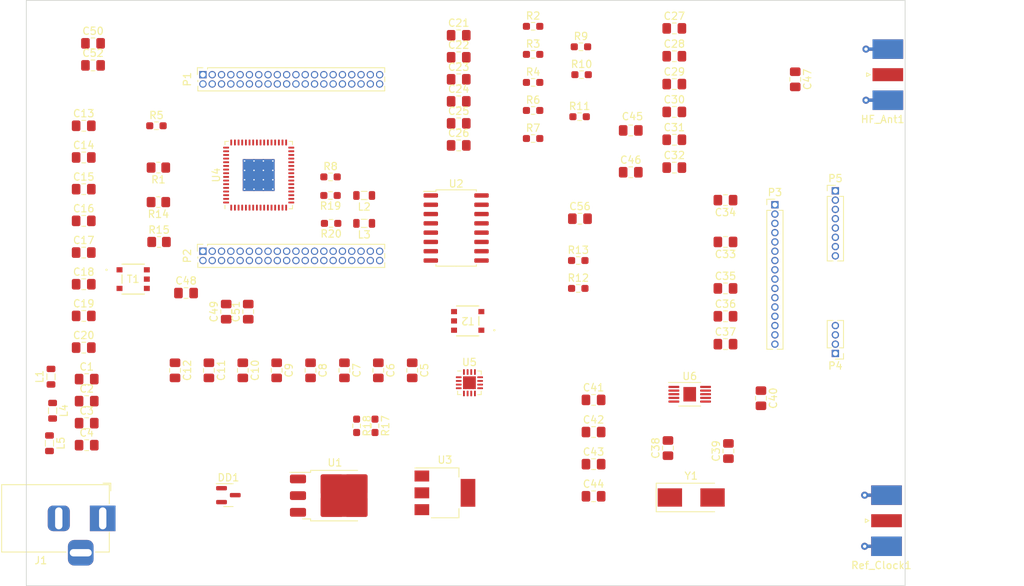
<source format=kicad_pcb>
(kicad_pcb (version 20221018) (generator pcbnew)
  (layers (0 "F.Cu" signal) (31 "B.Cu" signal) (34 "B.Paste" user) (35 "F.Paste" user) (36 "B.SilkS" user "B.Silkscreen") (37 "F.SilkS" user "F.Silkscreen") (38 "B.Mask" user) (39 "F.Mask" user) (44 "Edge.Cuts" user))
  (net 0 "")
  (net 1 "Net-(U2-1A)")
  (net 2 "GND")
  (net 3 "Net-(C2-Pad1)")
  (net 4 "Net-(C3-Pad1)")
  (net 5 "Net-(C4-Pad1)")
  (net 6 "VDD")
  (net 7 "+1V8")
  (net 8 "VCC")
  (net 9 "IOVDD")
  (net 10 "Net-(P3-Pin_4)")
  (net 11 "Net-(P3-Pin_2)")
  (net 12 "Net-(P3-Pin_9)")
  (net 13 "Net-(P3-Pin_3)")
  (net 14 "Net-(P3-Pin_10)")
  (net 15 "ATT DATA")
  (net 16 "ATT CLK")
  (net 17 "ATT LE")
  (net 18 "Net-(P3-Pin_15)")
  (net 19 "Net-(P3-Pin_16)")
  (net 20 "XB")
  (net 21 "XA")
  (net 22 "Net-(U6-VDDO)")
  (net 23 "VC6400")
  (net 24 "Net-(HF_Ant1-In)")
  (net 25 "Net-(U2-2A)")
  (net 26 "Net-(L2-Pad1)")
  (net 27 "Net-(L2-Pad2)")
  (net 28 "Net-(L3-Pad1)")
  (net 29 "Net-(L3-Pad2)")
  (net 70 "Net-(P2-Pin_3)")
  (net 71 "GPIO29")
  (net 72 "D15")
  (net 73 "GPIO28")
  (net 74 "D14")
  (net 75 "GPIO27")
  (net 76 "D13")
  (net 77 "GPIO26")
  (net 78 "D12")
  (net 79 "GPIO25")
  (net 80 "D11")
  (net 81 "GPIO24")
  (net 82 "D10")
  (net 83 "GPIO23")
  (net 84 "D9")
  (net 85 "GPIO22")
  (net 86 "D8")
  (net 87 "GPIO21")
  (net 88 "D7")
  (net 89 "GPIO20")
  (net 90 "D6")
  (net 91 "GPIO19")
  (net 92 "D5")
  (net 93 "GPIO18")
  (net 94 "D4")
  (net 95 "GPIO17")
  (net 96 "D3")
  (net 97 "D2")
  (net 98 "PCLK")
  (net 99 "D1")
  (net 100 "D0")
  (net 101 "I2C SDA")
  (net 102 "I2C SCL")
  (net 103 "+5C")
  (net 110 "Net-(U4-MODE)")
  (net 111 "Net-(U5-+OUT)")
  (net 112 "Net-(U5--OUT)")
  (net 113 "AIN+")
  (net 114 "AIN-")
  (net 115 "REF CLK")
  (net 116 "Net-(U4-ENC+)")
  (net 117 "Net-(U4-ENC-)")
  (net 118 "Net-(C49-Pad2)")
  (net 127 "VCM")
  (net 128 "Net-(C50-Pad2)")
  (net 129 "Net-(C51-Pad1)")
  (net 158 "Net-(T2-Pad1)")
  (net 159 "CLK0")
  (net 160 "Net-(T2-Pad3)")
  (net 161 "CLK_Option")
  (footprint "Capacitor_SMD:C_0805_2012Metric_Pad1.18x1.45mm_HandSolder" (layer "F.Cu") (at 86.5925 86.36)
    (fp_text reference "C48" (at 0 -1.68) (layer "F.SilkS"))
    (fp_text value "8p2")
    (pad "1" smd roundrect (at -1.0375 0) (size 1.175 1.45) (layers "F.Cu" "F.Paste" "F.Mask") (roundrect_rratio 0.212766) (net 116 "Net-(U4-ENC+)"))
    (pad "2" smd roundrect (at 1.0375 0) (size 1.175 1.45) (layers "F.Cu" "F.Paste" "F.Mask") (roundrect_rratio 0.212766) (net 117 "Net-(U4-ENC-)"))
  )
  (footprint "Capacitor_SMD:C_0805_2012Metric_Pad1.18x1.45mm_HandSolder" (layer "F.Cu") (at 153.2675 50.19)
    (fp_text reference "C27" (at 0 -1.68) (layer "F.SilkS"))
    (fp_text value "100pf")
    (pad "1" smd roundrect (at -1.0375 0) (size 1.175 1.45) (layers "F.Cu" "F.Paste" "F.Mask") (roundrect_rratio 0.212766) (net 11 "Net-(P3-Pin_2)"))
    (pad "2" smd roundrect (at 1.0375 0) (size 1.175 1.45) (layers "F.Cu" "F.Paste" "F.Mask") (roundrect_rratio 0.212766) (net 2 "GND"))
  )
  (footprint "Capacitor_SMD:C_0805_2012Metric_Pad1.18x1.45mm_HandSolder" (layer "F.Cu") (at 153.2675 65.41)
    (fp_text reference "C31" (at 0 -1.68) (layer "F.SilkS"))
    (fp_text value "100pf")
    (pad "1" smd roundrect (at -1.0375 0) (size 1.175 1.45) (layers "F.Cu" "F.Paste" "F.Mask") (roundrect_rratio 0.212766) (net 15 "ATT DATA"))
    (pad "2" smd roundrect (at 1.0375 0) (size 1.175 1.45) (layers "F.Cu" "F.Paste" "F.Mask") (roundrect_rratio 0.212766) (net 2 "GND"))
  )
  (footprint "Capacitor_SMD:C_0805_2012Metric_Pad1.18x1.45mm_HandSolder" (layer "F.Cu") (at 142.24 109.745)
    (fp_text reference "C43" (at 0 -1.68) (layer "F.SilkS"))
    (fp_text value "100nf")
    (pad "1" smd roundrect (at -1.0375 0) (size 1.175 1.45) (layers "F.Cu" "F.Paste" "F.Mask") (roundrect_rratio 0.212766) (net 2 "GND"))
    (pad "2" smd roundrect (at 1.0375 0) (size 1.175 1.45) (layers "F.Cu" "F.Paste" "F.Mask") (roundrect_rratio 0.212766) (net 23 "VC6400"))
  )
  (footprint "Capacitor_SMD:C_0805_2012Metric_Pad1.18x1.45mm_HandSolder" (layer "F.Cu") (at 140.3825 76.2)
    (fp_text reference "C56" (at 0 -1.68) (layer "F.SilkS"))
    (fp_text value "100nf")
    (pad "1" smd roundrect (at -1.0375 0) (size 1.175 1.45) (layers "F.Cu" "F.Paste" "F.Mask") (roundrect_rratio 0.212766) (net 6 "VDD"))
    (pad "2" smd roundrect (at 1.0375 0) (size 1.175 1.45) (layers "F.Cu" "F.Paste" "F.Mask") (roundrect_rratio 0.212766) (net 2 "GND"))
  )
  (footprint "Package_TO_SOT_SMD:SOT-23" (layer "F.Cu") (at 92.3775 113.98)
    (fp_text reference "DD1" (at 0 -2.4) (layer "F.SilkS"))
    (fp_text value "BAV99")
    (pad "1" smd roundrect (at -0.9375 -0.95) (size 1.475 0.6) (layers "F.Cu" "F.Paste" "F.Mask") (net 2 "GND"))
    (pad "2" smd roundrect (at -0.9375 0.95) (size 1.475 0.6) (layers "F.Cu" "F.Paste" "F.Mask") (net 6 "VDD"))
    (pad "3" smd roundrect (at 0.9375 0) (size 1.475 0.6) (layers "F.Cu" "F.Paste" "F.Mask") (net 25 "Net-(U2-2A)"))
  )
  (footprint "Capacitor_SMD:C_0805_2012Metric_Pad1.18x1.45mm_HandSolder" (layer "F.Cu") (at 72.6225 80.824896)
    (fp_text reference "C17" (at 0 -1.68) (layer "F.SilkS"))
    (fp_text value "C")
    (pad "1" smd roundrect (at -1.0375 0) (size 1.175 1.45) (layers "F.Cu" "F.Paste" "F.Mask") (roundrect_rratio 0.212766) (net 6 "VDD"))
    (pad "2" smd roundrect (at 1.0375 0) (size 1.175 1.45) (layers "F.Cu" "F.Paste" "F.Mask") (roundrect_rratio 0.212766) (net 2 "GND"))
  )
  (footprint "Capacitor_SMD:C_0805_2012Metric_Pad1.18x1.45mm_HandSolder" (layer "F.Cu") (at 123.825 54.14)
    (fp_text reference "C22" (at 0 -1.68) (layer "F.SilkS"))
    (fp_text value "100pf")
    (pad "1" smd roundrect (at -1.0375 0) (size 1.175 1.45) (layers "F.Cu" "F.Paste" "F.Mask") (roundrect_rratio 0.212766) (net 11 "Net-(P3-Pin_2)"))
    (pad "2" smd roundrect (at 1.0375 0) (size 1.175 1.45) (layers "F.Cu" "F.Paste" "F.Mask") (roundrect_rratio 0.212766) (net 2 "GND"))
  )
  (footprint "Capacitor_SMD:C_0805_2012Metric_Pad1.18x1.45mm_HandSolder" (layer "F.Cu") (at 153.2675 69.215)
    (fp_text reference "C32" (at 0 -1.68) (layer "F.SilkS"))
    (fp_text value "100pf")
    (pad "1" smd roundrect (at -1.0375 0) (size 1.175 1.45) (layers "F.Cu" "F.Paste" "F.Mask") (roundrect_rratio 0.212766) (net 16 "ATT CLK"))
    (pad "2" smd roundrect (at 1.0375 0) (size 1.175 1.45) (layers "F.Cu" "F.Paste" "F.Mask") (roundrect_rratio 0.212766) (net 2 "GND"))
  )
  (footprint "Resistor_SMD:R_0603_1608Metric_Pad0.98x0.95mm_HandSolder" (layer "F.Cu") (at 133.985 57.571689)
    (fp_text reference "R4" (at 0 -1.43) (layer "F.SilkS"))
    (fp_text value "1k")
    (pad "1" smd roundrect (at -0.9125 0) (size 0.975 0.95) (layers "F.Cu" "F.Paste" "F.Mask") (net 87 "GPIO21"))
    (pad "2" smd roundrect (at 0.9125 0) (size 0.975 0.95) (layers "F.Cu" "F.Paste" "F.Mask") (net 17 "ATT LE"))
  )
  (footprint "Connector_PinHeader_1.27mm:PinHeader_1x08_P1.27mm_Vertical" (layer "F.Cu") (at 175.26 72.39)
    (fp_text reference "P5" (at 0 -1.695) (layer "F.SilkS"))
    (fp_text value "Conn_01x08" hide)
    (pad "1" thru_hole rect (at 0 0) (size 1 1) (drill 0.65) (layers "*.Cu" "*.Mask") (net 2 "GND"))
    (pad "2" thru_hole oval (at 0 1.27) (size 1 1) (drill 0.65) (layers "*.Cu" "*.Mask"))
    (pad "3" thru_hole oval (at 0 2.54) (size 1 1) (drill 0.65) (layers "*.Cu" "*.Mask") (net 11 "Net-(P3-Pin_2)"))
    (pad "4" thru_hole oval (at 0 3.81) (size 1 1) (drill 0.65) (layers "*.Cu" "*.Mask") (net 13 "Net-(P3-Pin_3)"))
    (pad "5" thru_hole oval (at 0 5.08) (size 1 1) (drill 0.65) (layers "*.Cu" "*.Mask") (net 10 "Net-(P3-Pin_4)"))
    (pad "6" thru_hole oval (at 0 6.35) (size 1 1) (drill 0.65) (layers "*.Cu" "*.Mask") (net 10 "Net-(P3-Pin_4)"))
    (pad "7" thru_hole oval (at 0 7.62) (size 1 1) (drill 0.65) (layers "*.Cu" "*.Mask") (net 12 "Net-(P3-Pin_9)"))
    (pad "8" thru_hole oval (at 0 8.89) (size 1 1) (drill 0.65) (layers "*.Cu" "*.Mask") (net 14 "Net-(P3-Pin_10)"))
  )
  (footprint "Capacitor_SMD:C_0805_2012Metric_Pad1.18x1.45mm_HandSolder" (layer "F.Cu") (at 72.6225 89.487344)
    (fp_text reference "C19" (at 0 -1.68) (layer "F.SilkS"))
    (fp_text value "C")
    (pad "1" smd roundrect (at -1.0375 0) (size 1.175 1.45) (layers "F.Cu" "F.Paste" "F.Mask") (roundrect_rratio 0.212766) (net 6 "VDD"))
    (pad "2" smd roundrect (at 1.0375 0) (size 1.175 1.45) (layers "F.Cu" "F.Paste" "F.Mask") (roundrect_rratio 0.212766) (net 2 "GND"))
  )
  (footprint "Inductor_SMD:L_0805_2012Metric" (layer "F.Cu") (at 110.9175 76.835 180)
    (fp_text reference "L3" (at 0 -1.55) (layer "F.SilkS"))
    (fp_text value "68nH")
    (pad "1" smd roundrect (at -1.0625 0 180) (size 0.875 1.2) (layers "F.Cu" "F.Paste" "F.Mask") (net 28 "Net-(L3-Pad1)"))
    (pad "2" smd roundrect (at 1.0625 0 180) (size 0.875 1.2) (layers "F.Cu" "F.Paste" "F.Mask") (net 29 "Net-(L3-Pad2)"))
  )
  (footprint "Inductor_SMD:L_0805_2012Metric" (layer "F.Cu") (at 110.9175 73.025 180)
    (fp_text reference "L2" (at 0 -1.55) (layer "F.SilkS"))
    (fp_text value "68nH")
    (pad "1" smd roundrect (at -1.0625 0 180) (size 0.875 1.2) (layers "F.Cu" "F.Paste" "F.Mask") (net 26 "Net-(L2-Pad1)"))
    (pad "2" smd roundrect (at 1.0625 0 180) (size 0.875 1.2) (layers "F.Cu" "F.Paste" "F.Mask") (net 27 "Net-(L2-Pad2)"))
  )
  (footprint "Capacitor_SMD:C_0805_2012Metric_Pad1.18x1.45mm_HandSolder" (layer "F.Cu") (at 72.6225 63.5)
    (fp_text reference "C13" (at 0 -1.68) (layer "F.SilkS"))
    (fp_text value "C")
    (pad "1" smd roundrect (at -1.0375 0) (size 1.175 1.45) (layers "F.Cu" "F.Paste" "F.Mask") (roundrect_rratio 0.212766) (net 6 "VDD"))
    (pad "2" smd roundrect (at 1.0375 0) (size 1.175 1.45) (layers "F.Cu" "F.Paste" "F.Mask") (roundrect_rratio 0.212766) (net 2 "GND"))
  )
  (footprint "Connector_PinHeader_1.27mm:PinHeader_1x16_P1.27mm_Vertical" (layer "F.Cu") (at 167.005 74.295)
    (fp_text reference "P3" (at 0 -1.695) (layer "F.SilkS"))
    (fp_text value "Conn_01x16" hide)
    (pad "1" thru_hole rect (at 0 0) (size 1 1) (drill 0.65) (layers "*.Cu" "*.Mask") (net 103 "+5C"))
    (pad "2" thru_hole oval (at 0 1.27) (size 1 1) (drill 0.65) (layers "*.Cu" "*.Mask") (net 11 "Net-(P3-Pin_2)"))
    (pad "3" thru_hole oval (at 0 2.54) (size 1 1) (drill 0.65) (layers "*.Cu" "*.Mask") (net 13 "Net-(P3-Pin_3)"))
    (pad "4" thru_hole oval (at 0 3.81) (size 1 1) (drill 0.65) (layers "*.Cu" "*.Mask") (net 10 "Net-(P3-Pin_4)"))
    (pad "5" thru_hole oval (at 0 5.08) (size 1 1) (drill 0.65) (layers "*.Cu" "*.Mask") (net 10 "Net-(P3-Pin_4)"))
    (pad "6" thru_hole oval (at 0 6.35) (size 1 1) (drill 0.65) (layers "*.Cu" "*.Mask"))
    (pad "7" thru_hole oval (at 0 7.62) (size 1 1) (drill 0.65) (layers "*.Cu" "*.Mask"))
    (pad "8" thru_hole oval (at 0 8.89) (size 1 1) (drill 0.65) (layers "*.Cu" "*.Mask") (net 17 "ATT LE"))
    (pad "9" thru_hole oval (at 0 10.16) (size 1 1) (drill 0.65) (layers "*.Cu" "*.Mask") (net 12 "Net-(P3-Pin_9)"))
    (pad "10" thru_hole oval (at 0 11.43) (size 1 1) (drill 0.65) (layers "*.Cu" "*.Mask") (net 14 "Net-(P3-Pin_10)"))
    (pad "11" thru_hole oval (at 0 12.7) (size 1 1) (drill 0.65) (layers "*.Cu" "*.Mask") (net 2 "GND"))
    (pad "12" thru_hole oval (at 0 13.97) (size 1 1) (drill 0.65) (layers "*.Cu" "*.Mask"))
    (pad "13" thru_hole oval (at 0 15.24) (size 1 1) (drill 0.65) (layers "*.Cu" "*.Mask"))
    (pad "14" thru_hole oval (at 0 16.51) (size 1 1) (drill 0.65) (layers "*.Cu" "*.Mask") (net 2 "GND"))
    (pad "15" thru_hole oval (at 0 17.78) (size 1 1) (drill 0.65) (layers "*.Cu" "*.Mask") (net 18 "Net-(P3-Pin_15)"))
    (pad "16" thru_hole oval (at 0 19.05) (size 1 1) (drill 0.65) (layers "*.Cu" "*.Mask") (net 19 "Net-(P3-Pin_16)"))
  )
  (footprint "Resistor_SMD:R_0805_2012Metric_Pad1.20x1.40mm_HandSolder" (layer "F.Cu") (at 82.9075 79.375)
    (fp_text reference "R15" (at 0 -1.65) (layer "F.SilkS"))
    (fp_text value "100 ")
    (pad "1" smd roundrect (at -1 0) (size 1.2 1.4) (layers "F.Cu" "F.Paste" "F.Mask") (roundrect_rratio 0.208333) (net 118 "Net-(C49-Pad2)"))
    (pad "2" smd roundrect (at 1 0) (size 1.2 1.4) (layers "F.Cu" "F.Paste" "F.Mask") (roundrect_rratio 0.208333) (net 117 "Net-(U4-ENC-)"))
  )
  (footprint "Capacitor_SMD:C_0805_2012Metric_Pad1.18x1.45mm_HandSolder" (layer "F.Cu") (at 72.6225 93.818574)
    (fp_text reference "C20" (at 0 -1.68) (layer "F.SilkS"))
    (fp_text value "C")
    (pad "1" smd roundrect (at -1.0375 0) (size 1.175 1.45) (layers "F.Cu" "F.Paste" "F.Mask") (roundrect_rratio 0.212766) (net 9 "IOVDD"))
    (pad "2" smd roundrect (at 1.0375 0) (size 1.175 1.45) (layers "F.Cu" "F.Paste" "F.Mask") (roundrect_rratio 0.212766) (net 2 "GND"))
  )
  (footprint "MACOM_ETC1-1T-2TR:ETC1-1-13TR_MCM" (layer "F.Cu") (at 125.0545 90.17 180)
    (fp_text reference "T2" (at 0 0 180 unlocked) (layer "F.SilkS"))
    (fp_text value "ETC1-1T-2TR")
    (pad "1" smd rect (at -1.8645 -1.27 180) (size 0.807999 0.712) (layers "F.Cu" "F.Paste" "F.Mask") (net 158 "Net-(T2-Pad1)"))
    (pad "2" smd rect (at -1.8645 1.27 180) (size 0.807999 0.712) (layers "F.Cu" "F.Paste" "F.Mask") (net 128 "Net-(C50-Pad2)"))
    (pad "3" smd rect (at 1.8645 1.27 180) (size 0.807999 0.712) (layers "F.Cu" "F.Paste" "F.Mask") (net 160 "Net-(T2-Pad3)"))
    (pad "4" smd rect (at 1.8645 0 180) (size 0.807999 0.712) (layers "F.Cu" "F.Paste" "F.Mask") (net 5 "Net-(C4-Pad1)"))
    (pad "5" smd rect (at 1.8645 -1.27 180) (size 0.807999 0.712) (layers "F.Cu" "F.Paste" "F.Mask") (net 2 "GND"))
  )
  (footprint "Capacitor_SMD:C_0805_2012Metric_Pad1.18x1.45mm_HandSolder" (layer "F.Cu") (at 108.22214 96.9225 -90)
    (fp_text reference "C7" (at 0 -1.68 90) (layer "F.SilkS"))
    (fp_text value "1uF")
    (pad "1" smd roundrect (at -1.0375 0 270) (size 1.175 1.45) (layers "F.Cu" "F.Paste" "F.Mask") (roundrect_rratio 0.212766) (net 7 "+1V8"))
    (pad "2" smd roundrect (at 1.0375 0 270) (size 1.175 1.45) (layers "F.Cu" "F.Paste" "F.Mask") (roundrect_rratio 0.212766) (net 2 "GND"))
  )
  (footprint "Resistor_SMD:R_0603_1608Metric_Pad0.98x0.95mm_HandSolder" (layer "F.Cu") (at 140.1525 81.915)
    (fp_text reference "R13" (at 0 -1.43) (layer "F.SilkS"))
    (fp_text value "100")
    (pad "1" smd roundrect (at -0.9125 0) (size 0.975 0.95) (layers "F.Cu" "F.Paste" "F.Mask") (net 101 "I2C SDA"))
    (pad "2" smd roundrect (at 0.9125 0) (size 0.975 0.95) (layers "F.Cu" "F.Paste" "F.Mask") (net 18 "Net-(P3-Pin_15)"))
  )
  (footprint "Capacitor_SMD:C_0805_2012Metric_Pad1.18x1.45mm_HandSolder" (layer "F.Cu") (at 160.655 107.95 90)
    (fp_text reference "C39" (at 0 -1.68 90) (layer "F.SilkS"))
    (fp_text value "? pF")
    (pad "1" smd roundrect (at -1.0375 0 90) (size 1.175 1.45) (layers "F.Cu" "F.Paste" "F.Mask") (roundrect_rratio 0.212766) (net 21 "XA"))
    (pad "2" smd roundrect (at 1.0375 0 90) (size 1.175 1.45) (layers "F.Cu" "F.Paste" "F.Mask") (roundrect_rratio 0.212766) (net 2 "GND"))
  )
  (footprint "Capacitor_SMD:C_0805_2012Metric_Pad1.18x1.45mm_HandSolder" (layer "F.Cu") (at 153.2675 61.605)
    (fp_text reference "C30" (at 0 -1.68) (layer "F.SilkS"))
    (fp_text value "100pf")
    (pad "1" smd roundrect (at -1.0375 0) (size 1.175 1.45) (layers "F.Cu" "F.Paste" "F.Mask") (roundrect_rratio 0.212766) (net 10 "Net-(P3-Pin_4)"))
    (pad "2" smd roundrect (at 1.0375 0) (size 1.175 1.45) (layers "F.Cu" "F.Paste" "F.Mask") (roundrect_rratio 0.212766) (net 2 "GND"))
  )
  (footprint "Capacitor_SMD:C_0805_2012Metric_Pad1.18x1.45mm_HandSolder" (layer "F.Cu") (at 92.075 88.9 90)
    (fp_text reference "C49" (at 0 -1.68 90) (layer "F.SilkS"))
    (fp_text value "8p2")
    (pad "1" smd roundrect (at -1.0375 0 90) (size 1.175 1.45) (layers "F.Cu" "F.Paste" "F.Mask") (roundrect_rratio 0.212766) (net 2 "GND"))
    (pad "2" smd roundrect (at 1.0375 0 90) (size 1.175 1.45) (layers "F.Cu" "F.Paste" "F.Mask") (roundrect_rratio 0.212766) (net 118 "Net-(C49-Pad2)"))
  )
  (footprint "Package_DFN_QFN:QFN-16-1EP_3x3mm_P0.5mm_EP1.75x1.75mm" (layer "F.Cu") (at 125.29 98.62)
    (fp_text reference "U5" (at 0 -2.8) (layer "F.SilkS"))
    (fp_text value "LTC6400CUD-20-PBF")
    (pad "1" smd roundrect (at -1.4625 -0.75) (size 0.775 0.25) (layers "F.Cu" "F.Paste" "F.Mask") (net 23 "VC6400"))
    (pad "2" smd roundrect (at -1.4625 -0.25) (size 0.775 0.25) (layers "F.Cu" "F.Paste" "F.Mask") (net 127 "VCM"))
    (pad "3" smd roundrect (at -1.4625 0.25) (size 0.775 0.25) (layers "F.Cu" "F.Paste" "F.Mask") (net 23 "VC6400"))
    (pad "4" smd roundrect (at -1.4625 0.75) (size 0.775 0.25) (layers "F.Cu" "F.Paste" "F.Mask") (net 2 "GND"))
    (pad "5" smd roundrect (at -0.75 1.4625) (size 0.25 0.775) (layers "F.Cu" "F.Paste" "F.Mask") (net 112 "Net-(U5--OUT)"))
    (pad "6" smd roundrect (at -0.25 1.4625) (size 0.25 0.775) (layers "F.Cu" "F.Paste" "F.Mask"))
    (pad "7" smd roundrect (at 0.25 1.4625) (size 0.25 0.775) (layers "F.Cu" "F.Paste" "F.Mask"))
    (pad "8" smd roundrect (at 0.75 1.4625) (size 0.25 0.775) (layers "F.Cu" "F.Paste" "F.Mask") (net 111 "Net-(U5-+OUT)"))
    (pad "9" smd roundrect (at 1.4625 0.75) (size 0.775 0.25) (layers "F.Cu" "F.Paste" "F.Mask") (net 2 "GND"))
    (pad "10" smd roundrect (at 1.4625 0.25) (size 0.775 0.25) (layers "F.Cu" "F.Paste" "F.Mask") (net 23 "VC6400"))
    (pad "11" smd roundrect (at 1.4625 -0.25) (size 0.775 0.25) (layers "F.Cu" "F.Paste" "F.Mask") (net 2 "GND"))
    (pad "12" smd roundrect (at 1.4625 -0.75) (size 0.775 0.25) (layers "F.Cu" "F.Paste" "F.Mask") (net 2 "GND"))
    (pad "13" smd roundrect (at 0.75 -1.4625) (size 0.25 0.775) (layers "F.Cu" "F.Paste" "F.Mask") (net 158 "Net-(T2-Pad1)"))
    (pad "14" smd roundrect (at 0.25 -1.4625) (size 0.25 0.775) (layers "F.Cu" "F.Paste" "F.Mask") (net 158 "Net-(T2-Pad1)"))
    (pad "15" smd roundrect (at -0.25 -1.4625) (size 0.25 0.775) (layers "F.Cu" "F.Paste" "F.Mask") (net 160 "Net-(T2-Pad3)"))
    (pad "16" smd roundrect (at -0.75 -1.4625) (size 0.25 0.775) (layers "F.Cu" "F.Paste" "F.Mask") (net 160 "Net-(T2-Pad3)"))
    (pad "17" smd rect (at 0 0) (size 1.75 1.75) (layers "F.Cu" "F.Mask") (net 2 "GND"))
  )
  (footprint "Capacitor_SMD:C_0805_2012Metric_Pad1.18x1.45mm_HandSolder" (layer "F.Cu") (at 160.2525 73.66 180)
    (fp_text reference "C34" (at 0 -1.68) (layer "F.SilkS"))
    (fp_text value "100pf")
    (pad "1" smd roundrect (at -1.0375 0 180) (size 1.175 1.45) (layers "F.Cu" "F.Paste" "F.Mask") (roundrect_rratio 0.212766) (net 12 "Net-(P3-Pin_9)"))
    (pad "2" smd roundrect (at 1.0375 0 180) (size 1.175 1.45) (layers "F.Cu" "F.Paste" "F.Mask") (roundrect_rratio 0.212766) (net 2 "GND"))
  )
  (footprint "Resistor_SMD:R_0805_2012Metric_Pad1.20x1.40mm_HandSolder" (layer "F.Cu") (at 82.82 73.93 180)
    (fp_text reference "R14" (at 0 -1.65) (layer "F.SilkS"))
    (fp_text value "100 ")
    (pad "1" smd roundrect (at -1 0 180) (size 1.2 1.4) (layers "F.Cu" "F.Paste" "F.Mask") (roundrect_rratio 0.208333) (net 116 "Net-(U4-ENC+)"))
    (pad "2" smd roundrect (at 1 0 180) (size 1.2 1.4) (layers "F.Cu" "F.Paste" "F.Mask") (roundrect_rratio 0.208333) (net 118 "Net-(C49-Pad2)"))
  )
  (footprint "Capacitor_SMD:C_0805_2012Metric_Pad1.18x1.45mm_HandSolder" (layer "F.Cu") (at 73.025 104.14)
    (fp_text reference "C3" (at 0 -1.68) (layer "F.SilkS"))
    (fp_text value "150pF")
    (pad "1" smd roundrect (at -1.0375 0) (size 1.175 1.45) (layers "F.Cu" "F.Paste" "F.Mask") (roundrect_rratio 0.212766) (net 4 "Net-(C3-Pad1)"))
    (pad "2" smd roundrect (at 1.0375 0) (size 1.175 1.45) (layers "F.Cu" "F.Paste" "F.Mask") (roundrect_rratio 0.212766) (net 2 "GND"))
  )
  (footprint "Resistor_SMD:R_0603_1608Metric_Pad0.98x0.95mm_HandSolder" (layer "F.Cu") (at 140.605 56.515)
    (fp_text reference "R10" (at 0 -1.43) (layer "F.SilkS"))
    (fp_text value "1k")
    (pad "1" smd roundrect (at -0.9125 0) (size 0.975 0.95) (layers "F.Cu" "F.Paste" "F.Mask") (net 77 "GPIO26"))
    (pad "2" smd roundrect (at 0.9125 0) (size 0.975 0.95) (layers "F.Cu" "F.Paste" "F.Mask") (net 13 "Net-(P3-Pin_3)"))
  )
  (footprint "Capacitor_SMD:C_0805_2012Metric_Pad1.18x1.45mm_HandSolder" (layer "F.Cu") (at 73.025 98.12)
    (fp_text reference "C1" (at 0 -1.68) (layer "F.SilkS"))
    (fp_text value "56pF")
    (pad "1" smd roundrect (at -1.0375 0) (size 1.175 1.45) (layers "F.Cu" "F.Paste" "F.Mask") (roundrect_rratio 0.212766) (net 1 "Net-(U2-1A)"))
    (pad "2" smd roundrect (at 1.0375 0) (size 1.175 1.45) (layers "F.Cu" "F.Paste" "F.Mask") (roundrect_rratio 0.212766) (net 2 "GND"))
  )
  (footprint "Connector_PinSocket_1.27mm:PinSocket_2x20_P1.27mm_Vertical" (layer "F.Cu") (at 88.9 80.645 90)
    (fp_text reference "P2" (at -0.635 -2.135 90) (layer "F.SilkS"))
    (fp_text value "Conn_02x20_Odd_Even" hide)
    (pad "1" thru_hole rect (at 0 0 90) (size 1 1) (drill 0.7) (layers "*.Cu" "*.Mask"))
    (pad "2" thru_hole oval (at -1.27 0 90) (size 1 1) (drill 0.7) (layers "*.Cu" "*.Mask"))
    (pad "3" thru_hole oval (at 0 1.27 90) (size 1 1) (drill 0.7) (layers "*.Cu" "*.Mask") (net 70 "Net-(P2-Pin_3)"))
    (pad "4" thru_hole oval (at -1.27 1.27 90) (size 1 1) (drill 0.7) (layers "*.Cu" "*.Mask") (net 70 "Net-(P2-Pin_3)"))
    (pad "5" thru_hole oval (at 0 2.54 90) (size 1 1) (drill 0.7) (layers "*.Cu" "*.Mask") (net 2 "GND"))
    (pad "6" thru_hole oval (at -1.27 2.54 90) (size 1 1) (drill 0.7) (layers "*.Cu" "*.Mask") (net 2 "GND"))
    (pad "7" thru_hole oval (at 0 3.81 90) (size 1 1) (drill 0.7) (layers "*.Cu" "*.Mask") (net 71 "GPIO29"))
    (pad "8" thru_hole oval (at -1.27 3.81 90) (size 1 1) (drill 0.7) (layers "*.Cu" "*.Mask") (net 72 "D15"))
    (pad "9" thru_hole oval (at 0 5.08 90) (size 1 1) (drill 0.7) (layers "*.Cu" "*.Mask") (net 73 "GPIO28"))
    (pad "10" thru_hole oval (at -1.27 5.08 90) (size 1 1) (drill 0.7) (layers "*.Cu" "*.Mask") (net 74 "D14"))
    (pad "11" thru_hole oval (at 0 6.35 90) (size 1 1) (drill 0.7) (layers "*.Cu" "*.Mask") (net 75 "GPIO27"))
    (pad "12" thru_hole oval (at -1.27 6.35 90) (size 1 1) (drill 0.7) (layers "*.Cu" "*.Mask") (net 76 "D13"))
    (pad "13" thru_hole oval (at 0 7.62 90) (size 1 1) (drill 0.7) (layers "*.Cu" "*.Mask") (net 77 "GPIO26"))
    (pad "14" thru_hole oval (at -1.27 7.62 90) (size 1 1) (drill 0.7) (layers "*.Cu" "*.Mask") (net 78 "D12"))
    (pad "15" thru_hole oval (at 0 8.89 90) (size 1 1) (drill 0.7) (layers "*.Cu" "*.Mask") (net 79 "GPIO25"))
    (pad "16" thru_hole oval (at -1.27 8.89 90) (size 1 1) (drill 0.7) (layers "*.Cu" "*.Mask") (net 80 "D11"))
    (pad "17" thru_hole oval (at 0 10.16 90) (size 1 1) (drill 0.7) (layers "*.Cu" "*.Mask") (net 81 "GPIO24"))
    (pad "18" thru_hole oval (at -1.27 10.16 90) (size 1 1) (drill 0.7) (layers "*.Cu" "*.Mask") (net 82 "D10"))
    (pad "19" thru_hole oval (at 0 11.43 90) (size 1 1) (drill 0.7) (layers "*.Cu" "*.Mask") (net 83 "GPIO23"))
    (pad "20" thru_hole oval (at -1.27 11.43 90) (size 1 1) (drill 0.7) (layers "*.Cu" "*.Mask") (net 84 "D9"))
    (pad "21" thru_hole oval (at 0 12.7 90) (size 1 1) (drill 0.7) (layers "*.Cu" "*.Mask") (net 85 "GPIO22"))
    (pad "22" thru_hole oval (at -1.27 12.7 90) (size 1 1) (drill 0.7) (layers "*.Cu" "*.Mask") (net 86 "D8"))
    (pad "23" thru_hole oval (at 0 13.97 90) (size 1 1) (drill 0.7) (layers "*.Cu" "*.Mask") (net 87 "GPIO21"))
    (pad "24" thru_hole oval (at -1.27 13.97 90) (size 1 1) (drill 0.7) (layers "*.Cu" "*.Mask") (net 88 "D7"))
    (pad "25" thru_hole oval (at 0 15.24 90) (size 1 1) (drill 0.7) (layers "*.Cu" "*.Mask") (net 89 "GPIO20"))
    (pad "26" thru_hole oval (at -1.27 15.24 90) (size 1 1) (drill 0.7) (layers "*.Cu" "*.Mask") (net 90 "D6"))
    (pad "27" thru_hole oval (at 0 16.51 90) (size 1 1) (drill 0.7) (layers "*.Cu" "*.Mask") (net 91 "GPIO19"))
    (pad "28" thru_hole oval (at -1.27 16.51 90) (size 1 1) (drill 0.7) (layers "*.Cu" "*.Mask") (net 92 "D5"))
    (pad "29" thru_hole oval (at 0 17.78 90) (size 1 1) (drill 0.7) (layers "*.Cu" "*.Mask") (net 93 "GPIO18"))
    (pad "30" thru_hole oval (at -1.27 17.78 90) (size 1 1) (drill 0.7) (layers "*.Cu" "*.Mask") (net 94 "D4"))
    (pad "31" thru_hole oval (at 0 19.05 90) (size 1 1) (drill 0.7) (layers "*.Cu" "*.Mask") (net 95 "GPIO17"))
    (pad "32" thru_hole oval (at -1.27 19.05 90) (size 1 1) (drill 0.7) (layers "*.Cu" "*.Mask") (net 96 "D3"))
    (pad "33" thru_hole oval (at 0 20.32 90) (size 1 1) (drill 0.7) (layers "*.Cu" "*.Mask") (net 2 "GND"))
    (pad "34" thru_hole oval (at -1.27 20.32 90) (size 1 1) (drill 0.7) (layers "*.Cu" "*.Mask") (net 97 "D2"))
    (pad "35" thru_hole oval (at 0 21.59 90) (size 1 1) (drill 0.7) (layers "*.Cu" "*.Mask") (net 98 "PCLK"))
    (pad "36" thru_hole oval (at -1.27 21.59 90) (size 1 1) (drill 0.7) (layers "*.Cu" "*.Mask") (net 99 "D1"))
    (pad "37" thru_hole oval (at 0 22.86 90) (size 1 1) (drill 0.7) (layers "*.Cu" "*.Mask") (net 2 "GND"))
    (pad "38" thru_hole oval (at -1.27 22.86 90) (size 1 1) (drill 0.7) (layers "*.Cu" "*.Mask") (net 100 "D0"))
    (pad "39" thru_hole oval (at 0 24.13 90) (size 1 1) (drill 0.7) (layers "*.Cu" "*.Mask") (net 101 "I2C SDA"))
    (pad "40" thru_hole oval (at -1.27 24.13 90) (size 1 1) (drill 0.7) (layers "*.Cu" "*.Mask") (net 102 "I2C SCL"))
  )
  (footprint "Capacitor_SMD:C_0805_2012Metric_Pad1.18x1.45mm_HandSolder" (layer "F.Cu") (at 160.2525 79.375 180)
    (fp_text reference "C33" (at 0 -1.68) (layer "F.SilkS"))
    (fp_text value "100pf")
    (pad "1" smd roundrect (at -1.0375 0 180) (size 1.175 1.45) (layers "F.Cu" "F.Paste" "F.Mask") (roundrect_rratio 0.212766) (net 17 "ATT LE"))
    (pad "2" smd roundrect (at 1.0375 0 180) (size 1.175 1.45) (layers "F.Cu" "F.Paste" "F.Mask") (roundrect_rratio 0.212766) (net 2 "GND"))
  )
  (footprint "Capacitor_SMD:C_0805_2012Metric_Pad1.18x1.45mm_HandSolder" (layer "F.Cu") (at 117.475 96.9225 -90)
    (fp_text reference "C5" (at 0 -1.68 90) (layer "F.SilkS"))
    (fp_text value "100nF")
    (pad "1" smd roundrect (at -1.0375 0 270) (size 1.175 1.45) (layers "F.Cu" "F.Paste" "F.Mask") (roundrect_rratio 0.212766) (net 6 "VDD"))
    (pad "2" smd roundrect (at 1.0375 0 270) (size 1.175 1.45) (layers "F.Cu" "F.Paste" "F.Mask") (roundrect_rratio 0.212766) (net 2 "GND"))
  )
  (footprint "Capacitor_SMD:C_0805_2012Metric_Pad1.18x1.45mm_HandSolder" (layer "F.Cu") (at 123.825 63.17)
    (fp_text reference "C25" (at 0 -1.68) (layer "F.SilkS"))
    (fp_text value "100pf")
    (pad "1" smd roundrect (at -1.0375 0) (size 1.175 1.45) (layers "F.Cu" "F.Paste" "F.Mask") (roundrect_rratio 0.212766) (net 10 "Net-(P3-Pin_4)"))
    (pad "2" smd roundrect (at 1.0375 0) (size 1.175 1.45) (layers "F.Cu" "F.Paste" "F.Mask") (roundrect_rratio 0.212766) (net 2 "GND"))
  )
  (footprint "Capacitor_SMD:C_0805_2012Metric_Pad1.18x1.45mm_HandSolder" (layer "F.Cu") (at 123.825 51.13)
    (fp_text reference "C21" (at 0 -1.68) (layer "F.SilkS"))
    (fp_text value "100pf")
    (pad "1" smd roundrect (at -1.0375 0) (size 1.175 1.45) (layers "F.Cu" "F.Paste" "F.Mask") (roundrect_rratio 0.212766) (net 10 "Net-(P3-Pin_4)"))
    (pad "2" smd roundrect (at 1.0375 0) (size 1.175 1.45) (layers "F.Cu" "F.Paste" "F.Mask") (roundrect_rratio 0.212766) (net 2 "GND"))
  )
  (footprint "Capacitor_SMD:C_0805_2012Metric_Pad1.18x1.45mm_HandSolder" (layer "F.Cu") (at 72.6225 72.162448)
    (fp_text reference "C15" (at 0 -1.68) (layer "F.SilkS"))
    (fp_text value "C")
    (pad "1" smd roundrect (at -1.0375 0) (size 1.175 1.45) (layers "F.Cu" "F.Paste" "F.Mask") (roundrect_rratio 0.212766) (net 6 "VDD"))
    (pad "2" smd roundrect (at 1.0375 0) (size 1.175 1.45) (layers "F.Cu" "F.Paste" "F.Mask") (roundrect_rratio 0.212766) (net 2 "GND"))
  )
  (footprint "Capacitor_SMD:C_0805_2012Metric_Pad1.18x1.45mm_HandSolder" (layer "F.Cu") (at 123.825 57.15)
    (fp_text reference "C23" (at 0 -1.68) (layer "F.SilkS"))
    (fp_text value "100pf")
    (pad "1" smd roundrect (at -1.0375 0) (size 1.175 1.45) (layers "F.Cu" "F.Paste" "F.Mask") (roundrect_rratio 0.212766) (net 12 "Net-(P3-Pin_9)"))
    (pad "2" smd roundrect (at 1.0375 0) (size 1.175 1.45) (layers "F.Cu" "F.Paste" "F.Mask") (roundrect_rratio 0.212766) (net 2 "GND"))
  )
  (footprint "Capacitor_SMD:C_0805_2012Metric_Pad1.18x1.45mm_HandSolder" (layer "F.Cu") (at 142.24 114.135)
    (fp_text reference "C44" (at 0 -1.68) (layer "F.SilkS"))
    (fp_text value "100pf")
    (pad "1" smd roundrect (at -1.0375 0) (size 1.175 1.45) (layers "F.Cu" "F.Paste" "F.Mask") (roundrect_rratio 0.212766) (net 2 "GND"))
    (pad "2" smd roundrect (at 1.0375 0) (size 1.175 1.45) (layers "F.Cu" "F.Paste" "F.Mask") (roundrect_rratio 0.212766) (net 23 "VC6400"))
  )
  (footprint "Capacitor_SMD:C_0805_2012Metric_Pad1.18x1.45mm_HandSolder" (layer "F.Cu") (at 160.2525 89.535)
    (fp_text reference "C36" (at 0 -1.68) (layer "F.SilkS"))
    (fp_text value "100pf")
    (pad "1" smd roundrect (at -1.0375 0) (size 1.175 1.45) (layers "F.Cu" "F.Paste" "F.Mask") (roundrect_rratio 0.212766) (net 18 "Net-(P3-Pin_15)"))
    (pad "2" smd roundrect (at 1.0375 0) (size 1.175 1.45) (layers "F.Cu" "F.Paste" "F.Mask") (roundrect_rratio 0.212766) (net 2 "GND"))
  )
  (footprint "Package_DFN_QFN:QFN-64-1EP_9x9mm_P0.5mm_EP4.35x4.35mm_ThermalVias" (layer "F.Cu") (at 96.515 70.235 90)
    (fp_text reference "U4" (at 0 -5.8 90) (layer "F.SilkS"))
    (fp_text value "LTC2208CUP-14-PBF")
    (pad "1" smd roundrect (at -4.45 -3.75 90) (size 0.8 0.25) (layers "F.Cu" "F.Paste" "F.Mask") (net 6 "VDD"))
    (pad "2" smd roundrect (at -4.45 -3.25 90) (size 0.8 0.25) (layers "F.Cu" "F.Paste" "F.Mask") (net 2 "GND"))
    (pad "3" smd roundrect (at -4.45 -2.75 90) (size 0.8 0.25) (layers "F.Cu" "F.Paste" "F.Mask") (net 127 "VCM"))
    (pad "4" smd roundrect (at -4.45 -2.25 90) (size 0.8 0.25) (layers "F.Cu" "F.Paste" "F.Mask") (net 2 "GND"))
    (pad "5" smd roundrect (at -4.45 -1.75 90) (size 0.8 0.25) (layers "F.Cu" "F.Paste" "F.Mask") (net 6 "VDD"))
    (pad "6" smd roundrect (at -4.45 -1.25 90) (size 0.8 0.25) (layers "F.Cu" "F.Paste" "F.Mask") (net 6 "VDD"))
    (pad "7" smd roundrect (at -4.45 -0.75 90) (size 0.8 0.25) (layers "F.Cu" "F.Paste" "F.Mask") (net 2 "GND"))
    (pad "8" smd roundrect (at -4.45 -0.25 90) (size 0.8 0.25) (layers "F.Cu" "F.Paste" "F.Mask") (net 113 "AIN+"))
    (pad "9" smd roundrect (at -4.45 0.25 90) (size 0.8 0.25) (layers "F.Cu" "F.Paste" "F.Mask") (net 114 "AIN-"))
    (pad "10" smd roundrect (at -4.45 0.75 90) (size 0.8 0.25) (layers "F.Cu" "F.Paste" "F.Mask") (net 2 "GND"))
    (pad "11" smd roundrect (at -4.45 1.25 90) (size 0.8 0.25) (layers "F.Cu" "F.Paste" "F.Mask") (net 2 "GND"))
    (pad "12" smd roundrect (at -4.45 1.75 90) (size 0.8 0.25) (layers "F.Cu" "F.Paste" "F.Mask") (net 116 "Net-(U4-ENC+)"))
    (pad "13" smd roundrect (at -4.45 2.25 90) (size 0.8 0.25) (layers "F.Cu" "F.Paste" "F.Mask") (net 117 "Net-(U4-ENC-)"))
    (pad "14" smd roundrect (at -4.45 2.75 90) (size 0.8 0.25) (layers "F.Cu" "F.Paste" "F.Mask") (net 2 "GND"))
    (pad "15" smd roundrect (at -4.45 3.25 90) (size 0.8 0.25) (layers "F.Cu" "F.Paste" "F.Mask") (net 6 "VDD"))
    (pad "16" smd roundrect (at -4.45 3.75 90) (size 0.8 0.25) (layers "F.Cu" "F.Paste" "F.Mask") (net 6 "VDD"))
    (pad "17" smd roundrect (at -3.75 4.45 90) (size 0.25 0.8) (layers "F.Cu" "F.Paste" "F.Mask") (net 6 "VDD"))
    (pad "18" smd roundrect (at -3.25 4.45 90) (size 0.25 0.8) (layers "F.Cu" "F.Paste" "F.Mask") (net 2 "GND"))
    (pad "19" smd roundrect (at -2.75 4.45 90) (size 0.25 0.8) (layers "F.Cu" "F.Paste" "F.Mask") (net 93 "GPIO18"))
    (pad "20" smd roundrect (at -2.25 4.45 90) (size 0.25 0.8) (layers "F.Cu" "F.Paste" "F.Mask") (net 95 "GPIO17"))
    (pad "21" smd roundrect (at -1.75 4.45 90) (size 0.25 0.8) (layers "F.Cu" "F.Paste" "F.Mask"))
    (pad "22" smd roundrect (at -1.25 4.45 90) (size 0.25 0.8) (layers "F.Cu" "F.Paste" "F.Mask"))
    (pad "23" smd roundrect (at -0.75 4.45 90) (size 0.25 0.8) (layers "F.Cu" "F.Paste" "F.Mask"))
    (pad "24" smd roundrect (at -0.25 4.45 90) (size 0.25 0.8) (layers "F.Cu" "F.Paste" "F.Mask"))
    (pad "25" smd roundrect (at 0.25 4.45 90) (size 0.25 0.8) (layers "F.Cu" "F.Paste" "F.Mask"))
    (pad "26" smd roundrect (at 0.75 4.45 90) (size 0.25 0.8) (layers "F.Cu" "F.Paste" "F.Mask"))
    (pad "27" smd roundrect (at 1.25 4.45 90) (size 0.25 0.8) (layers "F.Cu" "F.Paste" "F.Mask"))
    (pad "28" smd roundrect (at 1.75 4.45 90) (size 0.25 0.8) (layers "F.Cu" "F.Paste" "F.Mask"))
    (pad "29" smd roundrect (at 2.25 4.45 90) (size 0.25 0.8) (layers "F.Cu" "F.Paste" "F.Mask"))
    (pad "30" smd roundrect (at 2.75 4.45 90) (size 0.25 0.8) (layers "F.Cu" "F.Paste" "F.Mask"))
    (pad "31" smd roundrect (at 3.25 4.45 90) (size 0.25 0.8) (layers "F.Cu" "F.Paste" "F.Mask"))
    (pad "32" smd roundrect (at 3.75 4.45 90) (size 0.25 0.8) (layers "F.Cu" "F.Paste" "F.Mask"))
    (pad "33" smd roundrect (at 4.45 3.75 90) (size 0.8 0.25) (layers "F.Cu" "F.Paste" "F.Mask"))
    (pad "34" smd roundrect (at 4.45 3.25 90) (size 0.8 0.25) (layers "F.Cu" "F.Paste" "F.Mask"))
    (pad "35" smd roundrect (at 4.45 2.75 90) (size 0.8 0.25) (layers "F.Cu" "F.Paste" "F.Mask"))
    (pad "36" smd roundrect (at 4.45 2.25 90) (size 0.8 0.25) (layers "F.Cu" "F.Paste" "F.Mask"))
    (pad "37" smd roundrect (at 4.45 1.75 90) (size 0.8 0.25) (layers "F.Cu" "F.Paste" "F.Mask"))
    (pad "38" smd roundrect (at 4.45 1.25 90) (size 0.8 0.25) (layers "F.Cu" "F.Paste" "F.Mask"))
    (pad "39" smd roundrect (at 4.45 0.75 90) (size 0.8 0.25) (layers "F.Cu" "F.Paste" "F.Mask"))
    (pad "40" smd roundrect (at 4.45 0.25 90) (size 0.8 0.25) (layers "F.Cu" "F.Paste" "F.Mask"))
    (pad "41" smd roundrect (at 4.45 -0.25 90) (size 0.8 0.25) (layers "F.Cu" "F.Paste" "F.Mask") (net 98 "PCLK"))
    (pad "42" smd roundrect (at 4.45 -0.75 90) (size 0.8 0.25) (layers "F.Cu" "F.Paste" "F.Mask"))
    (pad "43" smd roundrect (at 4.45 -1.25 90) (size 0.8 0.25) (layers "F.Cu" "F.Paste" "F.Mask"))
    (pad "44" smd roundrect (at 4.45 -1.75 90) (size 0.8 0.25) (layers "F.Cu" "F.Paste" "F.Mask") (net 100 "D0"))
    (pad "45" smd roundrect (at 4.45 -2.25 90) (size 0.8 0.25) (layers "F.Cu" "F.Paste" "F.Mask") (net 99 "D1"))
    (pad "46" smd roundrect (at 4.45 -2.75 90) (size 0.8 0.25) (layers "F.Cu" "F.Paste" "F.Mask") (net 97 "D2"))
    (pad "47" smd roundrect (at 4.45 -3.25 90) (size 0.8 0.25) (layers "F.Cu" "F.Paste" "F.Mask") (net 96 "D3"))
    (pad "48" smd roundrect (at 4.45 -3.75 90) (size 0.8 0.25) (layers "F.Cu" "F.Paste" "F.Mask") (net 94 "D4"))
    (pad "49" smd roundrect (at 3.75 -4.45 90) (size 0.25 0.8) (layers "F.Cu" "F.Paste" "F.Mask"))
    (pad "50" smd roundrect (at 3.25 -4.45 90) (size 0.25 0.8) (layers "F.Cu" "F.Paste" "F.Mask"))
    (pad "51" smd roundrect (at 2.75 -4.45 90) (size 0.25 0.8) (layers "F.Cu" "F.Paste" "F.Mask") (net 92 "D5"))
    (pad "52" smd roundrect (at 2.25 -4.45 90) (size 0.25 0.8) (layers "F.Cu" "F.Paste" "F.Mask") (net 90 "D6"))
    (pad "53" smd roundrect (at 1.75 -4.45 90) (size 0.25 0.8) (layers "F.Cu" "F.Paste" "F.Mask") (net 88 "D7"))
    (pad "54" smd roundrect (at 1.25 -4.45 90) (size 0.25 0.8) (layers "F.Cu" "F.Paste" "F.Mask") (net 86 "D8"))
    (pad "55" smd roundrect (at 0.75 -4.45 90) (size 0.25 0.8) (layers "F.Cu" "F.Paste" "F.Mask") (net 84 "D9"))
    (pad "56" smd roundrect (at 0.25 -4.45 90) (size 0.25 0.8) (layers "F.Cu" "F.Paste" "F.Mask") (net 82 "D10"))
    (pad "57" smd roundrect (at -0.25 -4.45 90) (size 0.25 0.8) (layers "F.Cu" "F.Paste" "F.Mask") (net 80 "D11"))
    (pad "58" smd roundrect (at -0.75 -4.45 90) (size 0.25 0.8) (layers "F.Cu" "F.Paste" "F.Mask") (net 78 "D12"))
    (pad "59" smd roundrect (at -1.25 -4.45 90) (size 0.25 0.8) (layers "F.Cu" "F.Paste" "F.Mask") (net 76 "D13"))
    (pad "60" smd roundrect (at -1.75 -4.45 90) (size 0.25 0.8) (layers "F.Cu" "F.Paste" "F.Mask") (net 73 "GPIO28"))
    (pad "61" smd roundrect (at -2.25 -4.45 90) (size 0.25 0.8) (layers "F.Cu" "F.Paste" "F.Mask") (net 2 "GND"))
    (pad "62" smd roundrect (at -2.75 -4.45 90) (size 0.25 0.8) (layers "F.Cu" "F.Paste" "F.Mask") (net 110 "Net-(U4-MODE)"))
    (pad "63" smd roundrect (at -3.25 -4.45 90) (size 0.25 0.8) (layers "F.Cu" "F.Paste" "F.Mask") (net 71 "GPIO29"))
    (pad "64" smd roundrect (at -3.75 -4.45 90) (size 0.25 0.8) (layers "F.Cu" "F.Paste" "F.Mask"))
    (pad "65" thru_hole circle (at -1.925 -1.925 90) (size 0.5 0.5) (drill 0.2) (layers "*.Cu"))
    (pad "65" thru_hole circle (at -1.925 -0.641667 90) (size 0.5 0.5) (drill 0.2) (layers "*.Cu"))
    (pad "65" thru_hole circle (at -1.925 0.641667 90) (size 0.5 0.5) (drill 0.2) (layers "*.Cu"))
    (pad "65" thru_hole circle (at -1.925 1.925 90) (size 0.5 0.5) (drill 0.2) (layers "*.Cu"))
    (pad "65" thru_hole circle (at -0.641667 -1.925 90) (size 0.5 0.5) (drill 0.2) (layers "*.Cu"))
    (pad "65" thru_hole circle (at -0.641667 -0.641667 90) (size 0.5 0.5) (drill 0.2) (layers "*.Cu"))
    (pad "65" thru_hole circle (at -0.641667 0.641667 90) (size 0.5 0.5) (drill 0.2) (layers "*.Cu"))
    (pad "65" thru_hole circle (at -0.641667 1.925 90) (size 0.5 0.5) (drill 0.2) (layers "*.Cu"))
    (pad "65" smd rect (at 0 0 90) (size 4.35 4.35) (layers "F.Cu" "F.Mask"))
    (pad "65" smd rect (at 0 0 90) (size 4.35 4.35) (layers "B.Cu"))
    (pad "65" thru_hole circle (at 0.641667 -1.925 90) (size 0.5 0.5) (drill 0.2) (layers "*.Cu"))
    (pad "65" thru_hole circle (at 0.641667 -0.641667 90) (size 0.5 0.5) (drill 0.2) (layers "*.Cu"))
    (pad "65" thru_hole circle (at 0.641667 0.641667 90) (size 0.5 0.5) (drill 0.2) (layers "*.Cu"))
    (pad "65" thru_hole circle (at 0.641667 1.925 90) (size 0.5 0.5) (drill 0.2) (layers "*.Cu"))
    (pad "65" thru_hole circle (at 1.925 -1.925 90) (size 0.5 0.5) (drill 0.2) (layers "*.Cu"))
    (pad "65" thru_hole circle (at 1.925 -0.641667 90) (size 0.5 0.5) (drill 0.2) (layers "*.Cu"))
    (pad "65" thru_hole circle (at 1.925 0.641667 90) (size 0.5 0.5) (drill 0.2) (layers "*.Cu"))
    (pad "65" thru_hole circle (at 1.925 1.925 90) (size 0.5 0.5) (drill 0.2) (layers "*.Cu"))
  )
  (footprint "Resistor_SMD:R_0603_1608Metric_Pad0.98x0.95mm_HandSolder" (layer "F.Cu") (at 140.5175 52.705)
    (fp_text reference "R9" (at 0 -1.43) (layer "F.SilkS"))
    (fp_text value "1k")
    (pad "1" smd roundrect (at -0.9125 0) (size 0.975 0.95) (layers "F.Cu" "F.Paste" "F.Mask") (net 79 "GPIO25"))
    (pad "2" smd roundrect (at 0.9125 0) (size 0.975 0.95) (layers "F.Cu" "F.Paste" "F.Mask") (net 10 "Net-(P3-Pin_4)"))
  )
  (footprint "Capacitor_SMD:C_0805_2012Metric_Pad1.18x1.45mm_HandSolder" (layer "F.Cu") (at 72.6225 76.493672)
    (fp_text reference "C16" (at 0 -1.68) (layer "F.SilkS"))
    (fp_text value "C")
    (pad "1" smd roundrect (at -1.0375 0) (size 1.175 1.45) (layers "F.Cu" "F.Paste" "F.Mask") (roundrect_rratio 0.212766) (net 6 "VDD"))
    (pad "2" smd roundrect (at 1.0375 0) (size 1.175 1.45) (layers "F.Cu" "F.Paste" "F.Mask") (roundrect_rratio 0.212766) (net 2 "GND"))
  )
  (footprint "Package_TO_SOT_SMD:SOT-223-3_TabPin2" (layer "F.Cu") (at 121.945 113.665)
    (fp_text reference "U3" (at 0 -4.5) (layer "F.SilkS"))
    (fp_text value "AP7361C-33E")
    (pad "1" smd rect (at -3.15 -2.3) (size 2 1.5) (layers "F.Cu" "F.Paste" "F.Mask") (net 8 "VCC"))
    (pad "2" smd rect (at -3.15 0) (size 2 1.5) (layers "F.Cu" "F.Paste" "F.Mask") (net 2 "GND"))
    (pad "2" smd rect (at 3.15 0) (size 2 3.8) (layers "F.Cu" "F.Paste" "F.Mask") (net 2 "GND"))
    (pad "3" smd rect (at -3.15 2.3) (size 2 1.5) (layers "F.Cu" "F.Paste" "F.Mask") (net 6 "VDD"))
  )
  (footprint "Package_SO:SO-16_5.3x10.2mm_P1.27mm" (layer "F.Cu") (at 123.4775 77.47)
    (fp_text reference "U2" (at 0 -6.05) (layer "F.SilkS"))
    (fp_text value "74CBTLV3253")
    (pad "1" smd roundrect (at -3.4625 -4.445) (size 1.975 0.6) (layers "F.Cu" "F.Paste" "F.Mask") (net 2 "GND"))
    (pad "2" smd roundrect (at -3.4625 -3.175) (size 1.975 0.6) (layers "F.Cu" "F.Paste" "F.Mask") (net 75 "GPIO27"))
    (pad "3" smd roundrect (at -3.4625 -1.905) (size 1.975 0.6) (layers "F.Cu" "F.Paste" "F.Mask"))
    (pad "4" smd roundrect (at -3.4625 -0.635) (size 1.975 0.6) (layers "F.Cu" "F.Paste" "F.Mask"))
    (pad "5" smd roundrect (at -3.4625 0.635) (size 1.975 0.6) (layers "F.Cu" "F.Paste" "F.Mask"))
    (pad "6" smd roundrect (at -3.4625 1.905) (size 1.975 0.6) (layers "F.Cu" "F.Paste" "F.Mask"))
    (pad "7" smd roundrect (at -3.4625 3.175) (size 1.975 0.6) (layers "F.Cu" "F.Paste" "F.Mask") (net 1 "Net-(U2-1A)"))
    (pad "8" smd roundrect (at -3.4625 4.445) (size 1.975 0.6) (layers "F.Cu" "F.Paste" "F.Mask") (net 2 "GND"))
    (pad "9" smd roundrect (at 3.4625 4.445) (size 1.975 0.6) (layers "F.Cu" "F.Paste" "F.Mask") (net 25 "Net-(U2-2A)"))
    (pad "10" smd roundrect (at 3.4625 3.175) (size 1.975 0.6) (layers "F.Cu" "F.Paste" "F.Mask"))
    (pad "11" smd roundrect (at 3.4625 1.905) (size 1.975 0.6) (layers "F.Cu" "F.Paste" "F.Mask"))
    (pad "12" smd roundrect (at 3.4625 0.635) (size 1.975 0.6) (layers "F.Cu" "F.Paste" "F.Mask"))
    (pad "13" smd roundrect (at 3.4625 -0.635) (size 1.975 0.6) (layers "F.Cu" "F.Paste" "F.Mask"))
    (pad "14" smd roundrect (at 3.4625 -1.905) (size 1.975 0.6) (layers "F.Cu" "F.Paste" "F.Mask") (net 77 "GPIO26"))
    (pad "15" smd roundrect (at 3.4625 -3.175) (size 1.975 0.6) (layers "F.Cu" "F.Paste" "F.Mask") (net 2 "GND"))
    (pad "16" smd roundrect (at 3.4625 -4.445) (size 1.975 0.6) (layers "F.Cu" "F.Paste" "F.Mask") (net 6 "VDD"))
  )
  (footprint "Connector_BarrelJack:BarrelJack_Horizontal" (layer "F.Cu") (at 75.215 117.1525)
    (fp_text reference "J1" (at -8.45 5.75) (layer "F.SilkS"))
    (fp_text value "Barrel_Jack")
    (pad "1" thru_hole rect (at 0 0) (size 3.5 3.5) (drill oval 1 3) (layers "*.Cu" "*.Mask") (net 8 "VCC"))
    (pad "2" thru_hole roundrect (at -6 0) (size 3 3.5) (drill oval 1 3) (layers "*.Cu" "*.Mask") (net 2 "GND"))
    (pad "3" thru_hole roundrect (at -3 4.7) (size 3.5 3.5) (drill oval 3 1) (layers "*.Cu" "*.Mask"))
  )
  (footprint "Resistor_SMD:R_0603_1608Metric_Pad0.98x0.95mm_HandSolder" (layer "F.Cu") (at 106.4025 76.835 180)
    (fp_text reference "R20" (at 0 -1.43 180) (layer "F.SilkS"))
    (fp_text value "TBD")
    (pad "1" smd roundrect (at -0.9125 0 180) (size 0.975 0.95) (layers "F.Cu" "F.Paste" "F.Mask") (net 114 "AIN-"))
    (pad "2" smd roundrect (at 0.9125 0 180) (size 0.975 0.95) (layers "F.Cu" "F.Paste" "F.Mask") (net 29 "Net-(L3-Pad2)"))
  )
  (footprint "Crystal:Crystal_SMD_0603-2Pin_6.0x3.5mm_HandSoldering" (layer "F.Cu") (at 155.575 114.3)
    (fp_text reference "Y1" (at 0 -2.95) (layer "F.SilkS"))
    (fp_text value "27 MHz")
    (pad "1" smd rect (at -2.9125 0) (size 3.325 2.5) (layers "F.Cu" "F.Paste" "F.Mask") (net 20 "XB"))
    (pad "2" smd rect (at 2.9125 0) (size 3.325 2.5) (layers "F.Cu" "F.Paste" "F.Mask") (net 21 "XA"))
  )
  (footprint "MACOM_ETC1-1T-2TR:ETC1-1-13TR_MCM" (layer "F.Cu") (at 79.375 84.455)
    (fp_text reference "T1" (at 0 0 unlocked) (layer "F.SilkS"))
    (fp_text value "ETC1-1T-2TR")
    (pad "1" smd rect (at -1.8645 -1.27) (size 0.807999 0.712) (layers "F.Cu" "F.Paste" "F.Mask") (net 116 "Net-(U4-ENC+)"))
    (pad "2" smd rect (at -1.8645 1.27) (size 0.807999 0.712) (layers "F.Cu" "F.Paste" "F.Mask") (net 118 "Net-(C49-Pad2)"))
    (pad "3" smd rect (at 1.8645 1.27) (size 0.807999 0.712) (layers "F.Cu" "F.Paste" "F.Mask") (net 117 "Net-(U4-ENC-)"))
    (pad "4" smd rect (at 1.8645 0) (size 0.807999 0.712) (layers "F.Cu" "F.Paste" "F.Mask") (net 129 "Net-(C51-Pad1)"))
    (pad "5" smd rect (at 1.8645 -1.27) (size 0.807999 0.712) (layers "F.Cu" "F.Paste" "F.Mask") (net 2 "GND"))
  )
  (footprint "Inductor_SMD:L_0805_2012Metric" (layer "F.Cu") (at 68.1525 97.79 90)
    (fp_text reference "L1" (at 0 -1.55 90) (layer "F.SilkS"))
    (fp_text value "390nH")
    (pad "1" smd roundrect (at -1.0625 0 90) (size 0.875 1.2) (layers "F.Cu" "F.Paste" "F.Mask") (net 3 "Net-(C2-Pad1)"))
    (pad "2" smd roundrect (at 1.0625 0 90) (size 0.875 1.2) (layers "F.Cu" "F.Paste" "F.Mask") (net 1 "Net-(U2-1A)"))
  )
  (footprint "Connector_Coaxial:SMA_Molex_73251-2120_EdgeMount_Horizontal" (layer "F.Cu") (at 182.425 56.515)
    (fp_text reference "HF_Ant1" (at -0.705 6.1) (layer "F.SilkS"))
    (fp_text value "Conn_Coaxial")
    (pad "1" smd rect (at 0 0) (size 4.19 1.78) (layers "F.Cu" "F.Paste" "F.Mask") (net 24 "Net-(HF_Ant1-In)"))
    (pad "2" thru_hole circle (at -2.985 -3.4925) (size 0.97 0.97) (drill 0.46) (layers "*.Cu") (net 2 "GND"))
    (pad "2" thru_hole circle (at -2.985 3.4925) (size 0.97 0.97) (drill 0.46) (layers "*.Cu") (net 2 "GND"))
    (pad "2" smd rect (at -2.54 -3.4925) (size 0.89 0.46) (layers "F.Cu") (net 2 "GND"))
    (pad "2" smd rect (at -2.54 -3.4925) (size 0.89 0.46) (layers "B.Cu") (net 2 "GND"))
    (pad "2" smd rect (at -2.54 3.4925) (size 0.89 0.46) (layers "F.Cu") (net 2 "GND"))
    (pad "2" smd rect (at -2.54 3.4925) (size 0.89 0.46) (layers "B.Cu") (net 2 "GND"))
    (pad "2" smd rect (at 0 -3.4925) (size 4.19 2.665) (layers "F.Cu" "F.Paste" "F.Mask") (net 2 "GND"))
    (pad "2" smd rect (at 0 -3.4925) (size 4.19 2.665) (layers "B.Cu" "B.Paste" "B.Mask") (net 2 "GND"))
    (pad "2" smd rect (at 0 3.4925) (size 4.19 2.665) (layers "F.Cu" "F.Paste" "F.Mask") (net 2 "GND"))
    (pad "2" smd rect (at 0 3.4925) (size 4.19 2.665) (layers "B.Cu" "B.Paste" "B.Mask") (net 2 "GND"))
  )
  (footprint "Inductor_SMD:L_0805_2012Metric" (layer "F.Cu") (at 68.3725 102.4425 -90)
    (fp_text reference "L4" (at 0 -1.55 90) (layer "F.SilkS"))
    (fp_text value "470nH")
    (pad "1" smd roundrect (at -1.0625 0 270) (size 0.875 1.2) (layers "F.Cu" "F.Paste" "F.Mask") (net 3 "Net-(C2-Pad1)"))
    (pad "2" smd roundrect (at 1.0625 0 270) (size 0.875 1.2) (layers "F.Cu" "F.Paste" "F.Mask") (net 4 "Net-(C3-Pad1)"))
  )
  (footprint "Capacitor_SMD:C_0805_2012Metric_Pad1.18x1.45mm_HandSolder" (layer "F.Cu") (at 73.8925 55.245)
    (fp_text reference "C52" (at 0 -1.68) (layer "F.SilkS"))
    (fp_text value "100nf")
    (pad "1" smd roundrect (at -1.0375 0) (size 1.175 1.45) (layers "F.Cu" "F.Paste" "F.Mask") (roundrect_rratio 0.212766) (net 2 "GND"))
    (pad "2" smd roundrect (at 1.0375 0) (size 1.175 1.45) (layers "F.Cu" "F.Paste" "F.Mask") (roundrect_rratio 0.212766) (net 128 "Net-(C50-Pad2)"))
  )
  (footprint "Connector_PinHeader_1.27mm:PinHeader_1x04_P1.27mm_Vertical" (layer "F.Cu") (at 175.26 94.615 180)
    (fp_text reference "P4" (at 0 -1.695) (layer "F.SilkS"))
    (fp_text value "Conn_01x04" hide)
    (pad "1" thru_hole rect (at 0 0 180) (size 1 1) (drill 0.65) (layers "*.Cu" "*.Mask") (net 18 "Net-(P3-Pin_15)"))
    (pad "2" thru_hole oval (at 0 1.27 180) (size 1 1) (drill 0.65) (layers "*.Cu" "*.Mask") (net 19 "Net-(P3-Pin_16)"))
    (pad "3" thru_hole oval (at 0 2.54 180) (size 1 1) (drill 0.65) (layers "*.Cu" "*.Mask"))
    (pad "4" thru_hole oval (at 0 3.81 180) (size 1 1) (drill 0.65) (layers "*.Cu" "*.Mask") (net 2 "GND"))
  )
  (footprint "Resistor_SMD:R_0603_1608Metric_Pad0.98x0.95mm_HandSolder" (layer "F.Cu") (at 112.395 104.505 -90)
    (fp_text reference "R17" (at 0 -1.43 -90) (layer "F.SilkS"))
    (fp_text value "TBD")
    (pad "1" smd roundrect (at -0.9125 0 270) (size 0.975 0.95) (layers "F.Cu" "F.Paste" "F.Mask") (net 28 "Net-(L3-Pad1)"))
    (pad "2" smd roundrect (at 0.9125 0 270) (size 0.975 0.95) (layers "F.Cu" "F.Paste" "F.Mask") (net 111 "Net-(U5-+OUT)"))
  )
  (footprint "Capacitor_SMD:C_0805_2012Metric_Pad1.18x1.45mm_HandSolder" (layer "F.Cu") (at 160.2525 93.345)
    (fp_text reference "C37" (at 0 -1.68) (layer "F.SilkS"))
    (fp_text value "100pf")
    (pad "1" smd roundrect (at -1.0375 0) (size 1.175 1.45) (layers "F.Cu" "F.Paste" "F.Mask") (roundrect_rratio 0.212766) (net 19 "Net-(P3-Pin_16)"))
    (pad "2" smd roundrect (at 1.0375 0) (size 1.175 1.45) (layers "F.Cu" "F.Paste" "F.Mask") (roundrect_rratio 0.212766) (net 2 "GND"))
  )
  (footprint "Resistor_SMD:R_0603_1608Metric_Pad0.98x0.95mm_HandSolder" (layer "F.Cu") (at 82.55 63.5)
    (fp_text reference "R5" (at 0 -1.43) (layer "F.SilkS"))
    (fp_text value "1k")
    (pad "1" smd roundrect (at -0.9125 0) (size 0.975 0.95) (layers "F.Cu" "F.Paste" "F.Mask") (net 6 "VDD"))
    (pad "2" smd roundrect (at 0.9125 0) (size 0.975 0.95) (layers "F.Cu" "F.Paste" "F.Mask") (net 110 "Net-(U4-MODE)"))
  )
  (footprint "Capacitor_SMD:C_0805_2012Metric_Pad1.18x1.45mm_HandSolder" (layer "F.Cu") (at 95.085 88.9 90)
    (fp_text reference "C51" (at 0 -1.68 90) (layer "F.SilkS"))
    (fp_text value "4p2")
    (pad "1" smd roundrect (at -1.0375 0 90) (size 1.175 1.45) (layers "F.Cu" "F.Paste" "F.Mask") (roundrect_rratio 0.212766) (net 129 "Net-(C51-Pad1)"))
    (pad "2" smd roundrect (at 1.0375 0 90) (size 1.175 1.45) (layers "F.Cu" "F.Paste" "F.Mask") (roundrect_rratio 0.212766) (net 159 "CLK0"))
  )
  (footprint "Capacitor_SMD:C_0805_2012Metric_Pad1.18x1.45mm_HandSolder" (layer "F.Cu") (at 73.025 107.15)
    (fp_text reference "C4" (at 0 -1.68) (layer "F.SilkS"))
    (fp_text value "56pF")
    (pad "1" smd roundrect (at -1.0375 0) (size 1.175 1.45) (layers "F.Cu" "F.Paste" "F.Mask") (roundrect_rratio 0.212766) (net 5 "Net-(C4-Pad1)"))
    (pad "2" smd roundrect (at 1.0375 0) (size 1.175 1.45) (layers "F.Cu" "F.Paste" "F.Mask") (roundrect_rratio 0.212766) (net 2 "GND"))
  )
  (footprint "Capacitor_SMD:C_0805_2012Metric_Pad1.18x1.45mm_HandSolder" (layer "F.Cu") (at 123.825 60.16)
    (fp_text reference "C24" (at 0 -1.68) (layer "F.SilkS"))
    (fp_text value "100pf")
    (pad "1" smd roundrect (at -1.0375 0) (size 1.175 1.45) (layers "F.Cu" "F.Paste" "F.Mask") (roundrect_rratio 0.212766) (net 13 "Net-(P3-Pin_3)"))
    (pad "2" smd roundrect (at 1.0375 0) (size 1.175 1.45) (layers "F.Cu" "F.Paste" "F.Mask") (roundrect_rratio 0.212766) (net 2 "GND"))
  )
  (footprint "Connector_PinSocket_1.27mm:PinSocket_2x20_P1.27mm_Vertical" (layer "F.Cu") (at 88.9 56.515 90)
    (fp_text reference "P1" (at -0.635 -2.135 90) (layer "F.SilkS"))
    (fp_text value "Conn_02x20_Odd_Even" hide)
    (pad "1" thru_hole rect (at 0 0 90) (size 1 1) (drill 0.7) (layers "*.Cu" "*.Mask"))
    (pad "2" thru_hole oval (at -1.27 0 90) (size 1 1) (drill 0.7) (layers "*.Cu" "*.Mask"))
    (pad "3" thru_hole oval (at 0 1.27 90) (size 1 1) (drill 0.7) (layers "*.Cu" "*.Mask"))
    (pad "4" thru_hole oval (at -1.27 1.27 90) (size 1 1) (drill 0.7) (layers "*.Cu" "*.Mask"))
    (pad "5" thru_hole oval (at 0 2.54 90) (size 1 1) (drill 0.7) (layers "*.Cu" "*.Mask"))
    (pad "6" thru_hole oval (at -1.27 2.54 90) (size 1 1) (drill 0.7) (layers "*.Cu" "*.Mask"))
    (pad "7" thru_hole oval (at 0 3.81 90) (size 1 1) (drill 0.7) (layers "*.Cu" "*.Mask"))
    (pad "8" thru_hole oval (at -1.27 3.81 90) (size 1 1) (drill 0.7) (layers "*.Cu" "*.Mask"))
    (pad "9" thru_hole oval (at 0 5.08 90) (size 1 1) (drill 0.7) (layers "*.Cu" "*.Mask"))
    (pad "10" thru_hole oval (at -1.27 5.08 90) (size 1 1) (drill 0.7) (layers "*.Cu" "*.Mask"))
    (pad "11" thru_hole oval (at 0 6.35 90) (size 1 1) (drill 0.7) (layers "*.Cu" "*.Mask"))
    (pad "12" thru_hole oval (at -1.27 6.35 90) (size 1 1) (drill 0.7) (layers "*.Cu" "*.Mask"))
    (pad "13" thru_hole oval (at 0 7.62 90) (size 1 1) (drill 0.7) (layers "*.Cu" "*.Mask"))
    (pad "14" thru_hole oval (at -1.27 7.62 90) (size 1 1) (drill 0.7) (layers "*.Cu" "*.Mask"))
    (pad "15" thru_hole oval (at 0 8.89 90) (size 1 1) (drill 0.7) (layers "*.Cu" "*.Mask"))
    (pad "16" thru_hole oval (at -1.27 8.89 90) (size 1 1) (drill 0.7) (layers "*.Cu" "*.Mask"))
    (pad "17" thru_hole oval (at 0 10.16 90) (size 1 1) (drill 0.7) (layers "*.Cu" "*.Mask"))
    (pad "18" thru_hole oval (at -1.27 10.16 90) (size 1 1) (drill 0.7) (layers "*.Cu" "*.Mask"))
    (pad "19" thru_hole oval (at 0 11.43 90) (size 1 1) (drill 0.7) (layers "*.Cu" "*.Mask"))
    (pad "20" thru_hole oval (at -1.27 11.43 90) (size 1 1) (drill 0.7) (layers "*.Cu" "*.Mask"))
    (pad "21" thru_hole oval (at 0 12.7 90) (size 1 1) (drill 0.7) (layers "*.Cu" "*.Mask"))
    (pad "22" thru_hole oval (at -1.27 12.7 90) (size 1 1) (drill 0.7) (layers "*.Cu" "*.Mask"))
    (pad "23" thru_hole oval (at 0 13.97 90) (size 1 1) (drill 0.7) (layers "*.Cu" "*.Mask"))
    (pad "24" thru_hole oval (at -1.27 13.97 90) (size 1 1) (drill 0.7) (layers "*.Cu" "*.Mask"))
    (pad "25" thru_hole oval (at 0 15.24 90) (size 1 1) (drill 0.7) (layers "*.Cu" "*.Mask"))
    (pad "26" thru_hole oval (at -1.27 15.24 90) (size 1 1) (drill 0.7) (layers "*.Cu" "*.Mask"))
    (pad "27" thru_hole oval (at 0 16.51 90) (size 1 1) (drill 0.7) (layers "*.Cu" "*.Mask"))
    (pad "28" thru_hole oval (at -1.27 16.51 90) (size 1 1) (drill 0.7) (layers "*.Cu" "*.Mask"))
    (pad "29" thru_hole oval (at 0 17.78 90) (size 1 1) (drill 0.7) (layers "*.Cu" "*.Mask"))
    (pad "30" thru_hole oval (at -1.27 17.78 90) (size 1 1) (drill 0.7) (layers "*.Cu" "*.Mask"))
    (pad "31" thru_hole oval (at 0 19.05 90) (size 1 1) (drill 0.7) (layers "*.Cu" "*.Mask"))
    (pad "32" thru_hole oval (at -1.27 19.05 90) (size 1 1) (drill 0.7) (layers "*.Cu" "*.Mask"))
    (pad "33" thru_hole oval (at 0 20.32 90) (size 1 1) (drill 0.7) (layers "*.Cu" "*.Mask"))
    (pad "34" thru_hole oval (at -1.27 20.32 90) (size 1 1) (drill 0.7) (layers "*.Cu" "*.Mask"))
    (pad "35" thru_hole oval (at 0 21.59 90) (size 1 1) (drill 0.7) (layers "*.Cu" "*.Mask"))
    (pad "36" thru_hole oval (at -1.27 21.59 90) (size 1 1) (drill 0.7) (layers "*.Cu" "*.Mask"))
    (pad "37" thru_hole oval (at 0 22.86 90) (size 1 1) (drill 0.7) (layers "*.Cu" "*.Mask"))
    (pad "38" thru_hole oval (at -1.27 22.86 90) (size 1 1) (drill 0.7) (layers "*.Cu" "*.Mask"))
    (pad "39" thru_hole oval (at 0 24.13 90) (size 1 1) (drill 0.7) (layers "*.Cu" "*.Mask") (net 2 "GND"))
    (pad "40" thru_hole oval (at -1.27 24.13 90) (size 1 1) (drill 0.7) (layers "*.Cu" "*.Mask") (net 2 "GND"))
  )
  (footprint "Resistor_SMD:R_0603_1608Metric_Pad0.98x0.95mm_HandSolder" (layer "F.Cu") (at 133.985 53.739189)
    (fp_text reference "R3" (at 0 -1.43) (layer "F.SilkS"))
    (fp_text value "10k")
    (pad "1" smd roundrect (at -0.9125 0) (size 0.975 0.95) (layers "F.Cu" "F.Paste" "F.Mask") (net 89 "GPIO20"))
    (pad "2" smd roundrect (at 0.9125 0) (size 0.975 0.95) (layers "F.Cu" "F.Paste" "F.Mask") (net 12 "Net-(P3-Pin_9)"))
  )
  (footprint "Capacitor_SMD:C_0805_2012Metric_Pad1.18x1.45mm_HandSolder" (layer "F.Cu") (at 153.2675 53.995)
    (fp_text reference "C28" (at 0 -1.68) (layer "F.SilkS"))
    (fp_text value "100pf")
    (pad "1" smd roundrect (at -1.0375 0) (size 1.175 1.45) (layers "F.Cu" "F.Paste" "F.Mask") (roundrect_rratio 0.212766) (net 13 "Net-(P3-Pin_3)"))
    (pad "2" smd roundrect (at 1.0375 0) (size 1.175 1.45) (layers "F.Cu" "F.Paste" "F.Mask") (roundrect_rratio 0.212766) (net 2 "GND"))
  )
  (footprint "Capacitor_SMD:C_0805_2012Metric_Pad1.18x1.45mm_HandSolder" (layer "F.Cu") (at 98.969284 96.9225 -90)
    (fp_text reference "C9" (at 0 -1.68 90) (layer "F.SilkS"))
    (fp_text value "10uF")
    (pad "1" smd roundrect (at -1.0375 0 270) (size 1.175 1.45) (layers "F.Cu" "F.Paste" "F.Mask") (roundrect_rratio 0.212766) (net 8 "VCC"))
    (pad "2" smd roundrect (at 1.0375 0 270) (size 1.175 1.45) (layers "F.Cu" "F.Paste" "F.Mask") (roundrect_rratio 0.212766) (net 2 "GND"))
  )
  (footprint "Capacitor_SMD:C_0805_2012Metric_Pad1.18x1.45mm_HandSolder" (layer "F.Cu") (at 73.025 101.13)
    (fp_text reference "C2" (at 0 -1.68) (layer "F.SilkS"))
    (fp_text value "150pF")
    (pad "1" smd roundrect (at -1.0375 0) (size 1.175 1.45) (layers "F.Cu" "F.Paste" "F.Mask") (roundrect_rratio 0.212766) (net 3 "Net-(C2-Pad1)"))
    (pad "2" smd roundrect (at 1.0375 0) (size 1.175 1.45) (layers "F.Cu" "F.Paste" "F.Mask") (roundrect_rratio 0.212766) (net 2 "GND"))
  )
  (footprint "Resistor_SMD:R_0603_1608Metric_Pad0.98x0.95mm_HandSolder" (layer "F.Cu") (at 133.985 65.236689)
    (fp_text reference "R7" (at 0 -1.43) (layer "F.SilkS"))
    (fp_text value "1k")
    (pad "1" smd roundrect (at -0.9125 0) (size 0.975 0.95) (layers "F.Cu" "F.Paste" "F.Mask") (net 83 "GPIO23"))
    (pad "2" smd roundrect (at 0.9125 0) (size 0.975 0.95) (layers "F.Cu" "F.Paste" "F.Mask") (net 15 "ATT DATA"))
  )
  (footprint "Inductor_SMD:L_0805_2012Metric" (layer "F.Cu") (at 67.945 106.8875 -90)
    (fp_text reference "L5" (at 0 -1.55 90) (layer "F.SilkS"))
    (fp_text value "390nH")
    (pad "1" smd roundrect (at -1.0625 0 270) (size 0.875 1.2) (layers "F.Cu" "F.Paste" "F.Mask") (net 4 "Net-(C3-Pad1)"))
    (pad "2" smd roundrect (at 1.0625 0 270) (size 0.875 1.2) (layers "F.Cu" "F.Paste" "F.Mask") (net 5 "Net-(C4-Pad1)"))
  )
  (footprint "Resistor_SMD:R_0603_1608Metric_Pad0.98x0.95mm_HandSolder" (layer "F.Cu") (at 140.1525 85.725)
    (fp_text reference "R12" (at 0 -1.43) (layer "F.SilkS"))
    (fp_text value "100")
    (pad "1" smd roundrect (at -0.9125 0) (size 0.975 0.95) (layers "F.Cu" "F.Paste" "F.Mask") (net 102 "I2C SCL"))
    (pad "2" smd roundrect (at 0.9125 0) (size 0.975 0.95) (layers "F.Cu" "F.Paste" "F.Mask") (net 19 "Net-(P3-Pin_16)"))
  )
  (footprint "Capacitor_SMD:C_0805_2012Metric_Pad1.18x1.45mm_HandSolder" (layer "F.Cu") (at 153.2675 57.8)
    (fp_text reference "C29" (at 0 -1.68) (layer "F.SilkS"))
    (fp_text value "100pf")
    (pad "1" smd roundrect (at -1.0375 0) (size 1.175 1.45) (layers "F.Cu" "F.Paste" "F.Mask") (roundrect_rratio 0.212766) (net 10 "Net-(P3-Pin_4)"))
    (pad "2" smd roundrect (at 1.0375 0) (size 1.175 1.45) (layers "F.Cu" "F.Paste" "F.Mask") (roundrect_rratio 0.212766) (net 2 "GND"))
  )
  (footprint "Capacitor_SMD:C_0805_2012Metric_Pad1.18x1.45mm_HandSolder" (layer "F.Cu") (at 160.2525 85.725)
    (fp_text reference "C35" (at 0 -1.68) (layer "F.SilkS"))
    (fp_text value "100pf")
    (pad "1" smd roundrect (at -1.0375 0) (size 1.175 1.45) (layers "F.Cu" "F.Paste" "F.Mask") (roundrect_rratio 0.212766) (net 14 "Net-(P3-Pin_10)"))
    (pad "2" smd roundrect (at 1.0375 0) (size 1.175 1.45) (layers "F.Cu" "F.Paste" "F.Mask") (roundrect_rratio 0.212766) (net 2 "GND"))
  )
  (footprint "Capacitor_SMD:C_0805_2012Metric_Pad1.18x1.45mm_HandSolder" (layer "F.Cu") (at 72.6225 67.831224)
    (fp_text reference "C14" (at 0 -1.68) (layer "F.SilkS"))
    (fp_text value "C")
    (pad "1" smd roundrect (at -1.0375 0) (size 1.175 1.45) (layers "F.Cu" "F.Paste" "F.Mask") (roundrect_rratio 0.212766) (net 6 "VDD"))
    (pad "2" smd roundrect (at 1.0375 0) (size 1.175 1.45) (layers "F.Cu" "F.Paste" "F.Mask") (roundrect_rratio 0.212766) (net 2 "GND"))
  )
  (footprint "Capacitor_SMD:C_0805_2012Metric_Pad1.18x1.45mm_HandSolder" (layer "F.Cu") (at 142.24 105.355)
    (fp_text reference "C42" (at 0 -1.68) (layer "F.SilkS"))
    (fp_text value "100pf")
    (pad "1" smd roundrect (at -1.0375 0) (size 1.175 1.45) (layers "F.Cu" "F.Paste" "F.Mask") (roundrect_rratio 0.212766) (net 2 "GND"))
    (pad "2" smd roundrect (at 1.0375 0) (size 1.175 1.45) (layers "F.Cu" "F.Paste" "F.Mask") (roundrect_rratio 0.212766) (net 23 "VC6400"))
  )
  (footprint "Resistor_SMD:R_0603_1608Metric_Pad0.98x0.95mm_HandSolder" (layer "F.Cu") (at 109.885 104.505 -90)
    (fp_text reference "R18" (at 0 -1.43 -90) (layer "F.SilkS"))
    (fp_text value "TBD")
    (pad "1" smd roundrect (at -0.9125 0 270) (size 0.975 0.95) (layers "F.Cu" "F.Paste" "F.Mask") (net 26 "Net-(L2-Pad1)"))
    (pad "2" smd roundrect (at 0.9125 0 270) (size 0.975 0.95) (layers "F.Cu" "F.Paste" "F.Mask") (net 112 "Net-(U5--OUT)"))
  )
  (footprint "Capacitor_SMD:C_0805_2012Metric_Pad1.18x1.45mm_HandSolder" (layer "F.Cu") (at 147.32 64.135)
    (fp_text reference "C45" (at 0.2325 -1.905) (layer "F.SilkS"))
    (fp_text value "100nf")
    (pad "1" smd roundrect (at -1.0375 0) (size 1.175 1.45) (layers "F.Cu" "F.Paste" "F.Mask") (roundrect_rratio 0.212766) (net 2 "GND"))
    (pad "2" smd roundrect (at 1.0375 0) (size 1.175 1.45) (layers "F.Cu" "F.Paste" "F.Mask") (roundrect_rratio 0.212766) (net 23 "VC6400"))
  )
  (footprint "Package_TO_SOT_SMD:TO-252-3_TabPin2" (layer "F.Cu") (at 106.92 114.045)
    (fp_text reference "U1" (at 0 -4.5) (layer "F.SilkS"))
    (fp_text value "AMS1117CD-1.8")
    (pad "1" smd roundrect (at -5.04 -2.28) (size 2.2 1.2) (layers "F.Cu" "F.Paste" "F.Mask") (roundrect_rratio 0.208333) (net 2 "GND"))
    (pad "2" smd roundrect (at -5.04 0) (size 2.2 1.2) (layers "F.Cu" "F.Paste" "F.Mask") (roundrect_rratio 0.208333) (net 7 "+1V8"))
    (pad "2" smd roundrect (at -0.415 -1.525) (size 3.05 2.75) (layers "F.Cu" "F.Paste") (roundrect_rratio 0.090909) (net 7 "+1V8"))
    (pad "2" smd roundrect (at -0.415 1.525) (size 3.05 2.75) (layers "F.Cu" "F.Paste") (roundrect_rratio 0.090909) (net 7 "+1V8"))
    (pad "2" smd roundrect (at 1.26 0) (size 6.4 5.8) (layers "F.Cu" "F.Mask") (roundrect_rratio 0.043103) (net 7 "+1V8"))
    (pad "2" smd roundrect (at 2.935 -1.525) (size 3.05 2.75) (layers "F.Cu" "F.Paste") (roundrect_rratio 0.090909) (net 7 "+1V8"))
    (pad "2" smd roundrect (at 2.935 1.525) (size 3.05 2.75) (layers "F.Cu" "F.Paste") (roundrect_rratio 0.090909) (net 7 "+1V8"))
    (pad "3" smd roundrect (at -5.04 2.28) (size 2.2 1.2) (layers "F.Cu" "F.Paste" "F.Mask") (roundrect_rratio 0.208333) (net 6 "VDD"))
  )
  (footprint "Capacitor_SMD:C_0805_2012Metric_Pad1.18x1.45mm_HandSolder" (layer "F.Cu") (at 72.6225 85.15612)
    (fp_text reference "C18" (at 0 -1.68) (layer "F.SilkS"))
    (fp_text value "C")
    (pad "1" smd roundrect (at -1.0375 0) (size 1.175 1.45) (layers "F.Cu" "F.Paste" "F.Mask") (roundrect_rratio 0.212766) (net 9 "IOVDD"))
    (pad "2" smd roundrect (at 1.0375 0) (size 1.175 1.45) (layers "F.Cu" "F.Paste" "F.Mask") (roundrect_rratio 0.212766) (net 2 "GND"))
  )
  (footprint "Capacitor_SMD:C_0805_2012Metric_Pad1.18x1.45mm_HandSolder" (layer "F.Cu") (at 147.32 69.85)
    (fp_text reference "C46" (at 0 -1.68) (layer "F.SilkS"))
    (fp_text value "100pf")
    (pad "1" smd roundrect (at -1.0375 0) (size 1.175 1.45) (layers "F.Cu" "F.Paste" "F.Mask") (roundrect_rratio 0.212766) (net 2 "GND"))
    (pad "2" smd roundrect (at 1.0375 0) (size 1.175 1.45) (layers "F.Cu" "F.Paste" "F.Mask") (roundrect_rratio 0.212766) (net 23 "VC6400"))
  )
  (footprint "Capacitor_SMD:C_0805_2012Metric_Pad1.18x1.45mm_HandSolder" (layer "F.Cu") (at 112.848568 96.9225 -90)
    (fp_text reference "C6" (at 0 -1.68 90) (layer "F.SilkS"))
    (fp_text value "100nF")
    (pad "1" smd roundrect (at -1.0375 0 270) (size 1.175 1.45) (layers "F.Cu" "F.Paste" "F.Mask") (roundrect_rratio 0.212766) (net 7 "+1V8"))
    (pad "2" smd roundrect (at 1.0375 0 270) (size 1.175 1.45) (layers "F.Cu" "F.Paste" "F.Mask") (roundrect_rratio 0.212766) (net 2 "GND"))
  )
  (footprint "Resistor_SMD:R_0603_1608Metric_Pad0.98x0.95mm_HandSolder" (layer "F.Cu") (at 133.985 61.404189)
    (fp_text reference "R6" (at 0 -1.43) (layer "F.SilkS"))
    (fp_text value "1k")
    (pad "1" smd roundrect (at -0.9125 0) (size 0.975 0.95) (layers "F.Cu" "F.Paste" "F.Mask") (net 85 "GPIO22"))
    (pad "2" smd roundrect (at 0.9125 0) (size 0.975 0.95) (layers "F.Cu" "F.Paste" "F.Mask") (net 16 "ATT CLK"))
  )
  (footprint "Capacitor_SMD:C_0805_2012Metric_Pad1.18x1.45mm_HandSolder" (layer "F.Cu") (at 103.595712 96.9225 -90)
    (fp_text reference "C8" (at 0 -1.68 90) (layer "F.SilkS"))
    (fp_text value "1uF")
    (pad "1" smd roundrect (at -1.0375 0 270) (size 1.175 1.45) (layers "F.Cu" "F.Paste" "F.Mask") (roundrect_rratio 0.212766) (net 6 "VDD"))
    (pad "2" smd roundrect (at 1.0375 0 270) (size 1.175 1.45) (layers "F.Cu" "F.Paste" "F.Mask") (roundrect_rratio 0.212766) (net 2 "GND"))
  )
  (footprint "Package_SO:MSOP-10-1EP_3x3mm_P0.5mm_EP1.73x1.98mm" (layer "F.Cu") (at 155.37 100.19)
    (fp_text reference "U6" (at 0 -2.45) (layer "F.SilkS"))
    (fp_text value "SI5351A-B-GT")
    (pad "1" smd roundrect (at -2.1625 -1) (size 1.475 0.3) (layers "F.Cu" "F.Paste" "F.Mask") (net 6 "VDD"))
    (pad "2" smd roundrect (at -2.1625 -0.5) (size 1.475 0.3) (layers "F.Cu" "F.Paste" "F.Mask") (net 21 "XA"))
    (pad "3" smd roundrect (at -2.1625 0) (size 1.475 0.3) (layers "F.Cu" "F.Paste" "F.Mask") (net 20 "XB"))
    (pad "4" smd roundrect (at -2.1625 0.5) (size 1.475 0.3) (layers "F.Cu" "F.Paste" "F.Mask") (net 102 "I2C SCL"))
    (pad "5" smd roundrect (at -2.1625 1) (size 1.475 0.3) (layers "F.Cu" "F.Paste" "F.Mask") (net 101 "I2C SDA"))
    (pad "6" smd roundrect (at 2.1625 1) (size 1.475 0.3) (layers "F.Cu" "F.Paste" "F.Mask") (net 115 "REF CLK"))
    (pad "7" smd roundrect (at 2.1625 0.5) (size 1.475 0.3) (layers "F.Cu" "F.Paste" "F.Mask") (net 22 "Net-(U6-VDDO)"))
    (pad "8" smd roundrect (at 2.1625 0) (size 1.475 0.3) (layers "F.Cu" "F.Paste" "F.Mask") (net 2 "GND"))
    (pad "9" smd roundrect (at 2.1625 -0.5) (size 1.475 0.3) (layers "F.Cu" "F.Paste" "F.Mask") (net 161 "CLK_Option"))
    (pad "10" smd roundrect (at 2.1625 -1) (size 1.475 0.3) (layers "F.Cu" "F.Paste" "F.Mask") (net 159 "CLK0"))
    (pad "11" smd rect (at 0 0) (size 1.73 1.98) (layers "F.Cu" "F.Mask"))
  )
  (footprint "Connector_Coaxial:SMA_Molex_73251-2120_EdgeMount_Horizontal" (layer "F.Cu") (at 182.245 117.475)
    (fp_text reference "Ref_Clock1" (at -0.705 6.1) (layer "F.SilkS"))
    (fp_text value "Conn_Coaxial")
    (pad "1" smd rect (at 0 0) (size 4.19 1.78) (layers "F.Cu" "F.Paste" "F.Mask") (net 115 "REF CLK"))
    (pad "2" thru_hole circle (at -2.985 -3.4925) (size 0.97 0.97) (drill 0.46) (layers "*.Cu") (net 2 "GND"))
    (pad "2" thru_hole circle (at -2.985 3.4925) (size 0.97 0.97) (drill 0.46) (layers "*.Cu") (net 2 "GND"))
    (pad "2" smd rect (at -2.54 -3.4925) (size 0.89 0.46) (layers "F.Cu") (net 2 "GND"))
    (pad "2" smd rect (at -2.54 -3.4925) (size 0.89 0.46) (layers "B.Cu") (net 2 "GND"))
    (pad "2" smd rect (at -2.54 3.4925) (size 0.89 0.46) (layers "F.Cu") (net 2 "GND"))
    (pad "2" smd rect (at -2.54 3.4925) (size 0.89 0.46) (layers "B.Cu") (net 2 "GND"))
    (pad "2" smd rect (at 0 -3.4925) (size 4.19 2.665) (layers "F.Cu" "F.Paste" "F.Mask") (net 2 "GND"))
    (pad "2" smd rect (at 0 -3.4925) (size 4.19 2.665) (layers "B.Cu" "B.Paste" "B.Mask") (net 2 "GND"))
    (pad "2" smd rect (at 0 3.4925) (size 4.19 2.665) (layers "F.Cu" "F.Paste" "F.Mask") (net 2 "GND"))
    (pad "2" smd rect (at 0 3.4925) (size 4.19 2.665) (layers "B.Cu" "B.Paste" "B.Mask") (net 2 "GND"))
  )
  (footprint "Capacitor_SMD:C_0805_2012Metric_Pad1.18x1.45mm_HandSolder" (layer "F.Cu") (at 89.716428 96.9225 -90)
    (fp_text reference "C11" (at 0 -1.68 90) (layer "F.SilkS"))
    (fp_text value "100nF")
    (pad "1" smd roundrect (at -1.0375 0 270) (size 1.175 1.45) (layers "F.Cu" "F.Paste" "F.Mask") (roundrect_rratio 0.212766) (net 6 "VDD"))
    (pad "2" smd roundrect (at 1.0375 0 270) (size 1.175 1.45) (layers "F.Cu" "F.Paste" "F.Mask") (roundrect_rratio 0.212766) (net 2 "GND"))
  )
  (footprint "Capacitor_SMD:C_0805_2012Metric_Pad1.18x1.45mm_HandSolder" (layer "F.Cu") (at 123.825 66.18)
    (fp_text reference "C26" (at 0 -1.68) (layer "F.SilkS"))
    (fp_text value "100pf")
    (pad "1" smd roundrect (at -1.0375 0) (size 1.175 1.45) (layers "F.Cu" "F.Paste" "F.Mask") (roundrect_rratio 0.212766) (net 14 "Net-(P3-Pin_10)"))
    (pad "2" smd roundrect (at 1.0375 0) (size 1.175 1.45) (layers "F.Cu" "F.Paste" "F.Mask") (roundrect_rratio 0.212766) (net 2 "GND"))
  )
  (footprint "Resistor_SMD:R_0603_1608Metric_Pad0.98x0.95mm_HandSolder" (layer "F.Cu") (at 106.3225 70.485)
    (fp_text reference "R8" (at 0 -1.43) (layer "F.SilkS"))
    (fp_text value "1k")
    (pad "1" smd roundrect (at -0.9125 0) (size 0.975 0.95) (layers "F.Cu" "F.Paste" "F.Mask") (net 81 "GPIO24"))
    (pad "2" smd roundrect (at 0.9125 0) (size 0.975 0.95) (layers "F.Cu" "F.Paste" "F.Mask") (net 10 "Net-(P3-Pin_4)"))
  )
  (footprint "Resistor_SMD:R_0805_2012Metric_Pad1.20x1.40mm_HandSolder" (layer "F.Cu") (at 82.82 69.215 180)
    (fp_text reference "R1" (at 0 -1.65 180) (layer "F.SilkS"))
    (fp_text value "100 ")
    (pad "1" smd roundrect (at -1 0 180) (size 1.2 1.4) (layers "F.Cu" "F.Paste" "F.Mask") (roundrect_rratio 0.208333) (net 116 "Net-(U4-ENC+)"))
    (pad "2" smd roundrect (at 1 0 180) (size 1.2 1.4) (layers "F.Cu" "F.Paste" "F.Mask") (roundrect_rratio 0.208333) (net 117 "Net-(U4-ENC-)"))
  )
  (footprint "Capacitor_SMD:C_0805_2012Metric_Pad1.18x1.45mm_HandSolder" (layer "F.Cu") (at 142.24 100.965)
    (fp_text reference "C41" (at 0 -1.68) (layer "F.SilkS"))
    (fp_text value "100nf")
    (pad "1" smd roundrect (at -1.0375 0) (size 1.175 1.45) (layers "F.Cu" "F.Paste" "F.Mask") (roundrect_rratio 0.212766) (net 2 "GND"))
    (pad "2" smd roundrect (at 1.0375 0) (size 1.175 1.45) (layers "F.Cu" "F.Paste" "F.Mask") (roundrect_rratio 0.212766) (net 23 "VC6400"))
  )
  (footprint "Capacitor_SMD:C_0805_2012Metric_Pad1.18x1.45mm_HandSolder" (layer "F.Cu") (at 169.7775 57.15 -90)
    (fp_text reference "C47" (at 0 -1.68 90) (layer "F.SilkS"))
    (fp_text value "100nF")
    (pad "1" smd roundrect (at -1.0375 0 270) (size 1.175 1.45) (layers "F.Cu" "F.Paste" "F.Mask") (roundrect_rratio 0.212766) (net 24 "Net-(HF_Ant1-In)"))
    (pad "2" smd roundrect (at 1.0375 0 270) (size 1.175 1.45) (layers "F.Cu" "F.Paste" "F.Mask") (roundrect_rratio 0.212766) (net 25 "Net-(U2-2A)"))
  )
  (footprint "Resistor_SMD:R_0603_1608Metric_Pad0.98x0.95mm_HandSolder" (layer "F.Cu") (at 106.3225 73.025 180)
    (fp_text reference "R19" (at 0 -1.43 180) (layer "F.SilkS"))
    (fp_text value "TBD")
    (pad "1" smd roundrect (at -0.9125 0 180) (size 0.975 0.95) (layers "F.Cu" "F.Paste" "F.Mask") (net 113 "AIN+"))
    (pad "2" smd roundrect (at 0.9125 0 180) (size 0.975 0.95) (layers "F.Cu" "F.Paste" "F.Mask") (net 27 "Net-(L2-Pad2)"))
  )
  (footprint "Resistor_SMD:R_0603_1608Metric_Pad0.98x0.95mm_HandSolder" (layer "F.Cu") (at 140.335 62.26)
    (fp_text reference "R11" (at 0 -1.43) (layer "F.SilkS"))
    (fp_text value "1k")
    (pad "1" smd roundrect (at -0.9125 0) (size 0.975 0.95) (layers "F.Cu" "F.Paste" "F.Mask") (net 75 "GPIO27"))
    (pad "2" smd roundrect (at 0.9125 0) (size 0.975 0.95) (layers "F.Cu" "F.Paste" "F.Mask") (net 11 "Net-(P3-Pin_2)"))
  )
  (footprint "Capacitor_SMD:C_0805_2012Metric_Pad1.18x1.45mm_HandSolder" (layer "F.Cu") (at 165.1 100.7325 -90)
    (fp_text reference "C40" (at 0 -1.68 90) (layer "F.SilkS"))
    (fp_text value "1 nF")
    (pad "1" smd roundrect (at -1.0375 0 270) (size 1.175 1.45) (layers "F.Cu" "F.Paste" "F.Mask") (roundrect_rratio 0.212766) (net 2 "GND"))
    (pad "2" smd roundrect (at 1.0375 0 270) (size 1.175 1.45) (layers "F.Cu" "F.Paste" "F.Mask") (roundrect_rratio 0.212766) (net 22 "Net-(U6-VDDO)"))
  )
  (footprint "Capacitor_SMD:C_0805_2012Metric_Pad1.18x1.45mm_HandSolder" (layer "F.Cu") (at 94.342856 96.9225 -90)
    (fp_text reference "C10" (at 0 -1.68 90) (layer "F.SilkS"))
    (fp_text value "100nF")
    (pad "1" smd roundrect (at -1.0375 0 270) (size 1.175 1.45) (layers "F.Cu" "F.Paste" "F.Mask") (roundrect_rratio 0.212766) (net 8 "VCC"))
    (pad "2" smd roundrect (at 1.0375 0 270) (size 1.175 1.45) (layers "F.Cu" "F.Paste" "F.Mask") (roundrect_rratio 0.212766) (net 2 "GND"))
  )
  (footprint "Capacitor_SMD:C_0805_2012Metric_Pad1.18x1.45mm_HandSolder" (layer "F.Cu") (at 73.8925 52.235)
    (fp_text reference "C50" (at 0 -1.68) (layer "F.SilkS"))
    (fp_text value "10nf")
    (pad "1" smd roundrect (at -1.0375 0) (size 1.175 1.45) (layers "F.Cu" "F.Paste" "F.Mask") (roundrect_rratio 0.212766) (net 2 "GND"))
    (pad "2" smd roundrect (at 1.0375 0) (size 1.175 1.45) (layers "F.Cu" "F.Paste" "F.Mask") (roundrect_rratio 0.212766) (net 128 "Net-(C50-Pad2)"))
  )
  (footprint "Resistor_SMD:R_0603_1608Metric_Pad0.98x0.95mm_HandSolder" (layer "F.Cu") (at 133.985 49.906689)
    (fp_text reference "R2" (at 0 -1.43) (layer "F.SilkS"))
    (fp_text value "1k")
    (pad "1" smd roundrect (at -0.9125 0) (size 0.975 0.95) (layers "F.Cu" "F.Paste" "F.Mask") (net 91 "GPIO19"))
    (pad "2" smd roundrect (at 0.9125 0) (size 0.975 0.95) (layers "F.Cu" "F.Paste" "F.Mask") (net 14 "Net-(P3-Pin_10)"))
  )
  (footprint "Capacitor_SMD:C_0805_2012Metric_Pad1.18x1.45mm_HandSolder" (layer "F.Cu") (at 85.09 96.9225 -90)
    (fp_text reference "C12" (at 0 -1.68 90) (layer "F.SilkS"))
    (fp_text value "1uF")
    (pad "1" smd roundrect (at -1.0375 0 270) (size 1.175 1.45) (layers "F.Cu" "F.Paste" "F.Mask") (roundrect_rratio 0.212766) (net 6 "VDD"))
    (pad "2" smd roundrect (at 1.0375 0 270) (size 1.175 1.45) (layers "F.Cu" "F.Paste" "F.Mask") (roundrect_rratio 0.212766) (net 2 "GND"))
  )
  (footprint "Capacitor_SMD:C_0805_2012Metric_Pad1.18x1.45mm_HandSolder" (layer "F.Cu") (at 152.4 107.5475 90)
    (fp_text reference "C38" (at 0 -1.68 90) (layer "F.SilkS"))
    (fp_text value "? pF")
    (pad "1" smd roundrect (at -1.0375 0 90) (size 1.175 1.45) (layers "F.Cu" "F.Paste" "F.Mask") (roundrect_rratio 0.212766) (net 2 "GND"))
    (pad "2" smd roundrect (at 1.0375 0 90) (size 1.175 1.45) (layers "F.Cu" "F.Paste" "F.Mask") (roundrect_rratio 0.212766) (net 20 "XB"))
  )
  (gr_rect (start 64.785 46.36) (end 184.785 126.36) (stroke (width 0.1)) (fill none) (layer "Edge.Cuts"))
)
</source>
